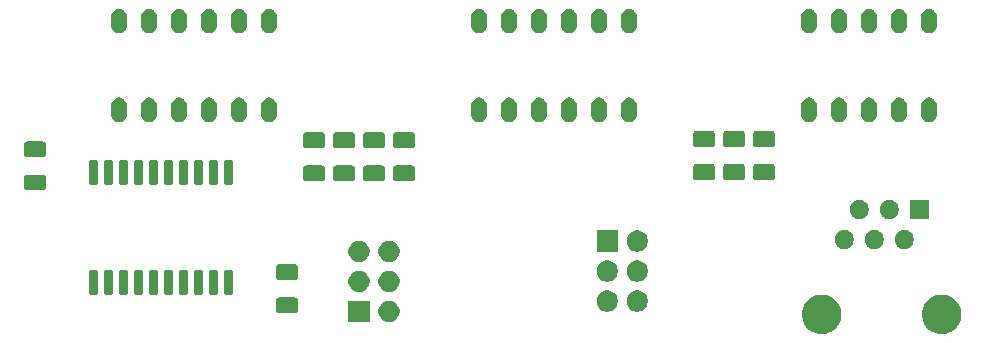
<source format=gbs>
G04 #@! TF.GenerationSoftware,KiCad,Pcbnew,5.1.5*
G04 #@! TF.CreationDate,2020-05-20T18:02:06-05:00*
G04 #@! TF.ProjectId,kdi574,6b646935-3734-42e6-9b69-6361645f7063,v01*
G04 #@! TF.SameCoordinates,Original*
G04 #@! TF.FileFunction,Soldermask,Bot*
G04 #@! TF.FilePolarity,Negative*
%FSLAX46Y46*%
G04 Gerber Fmt 4.6, Leading zero omitted, Abs format (unit mm)*
G04 Created by KiCad (PCBNEW 5.1.5) date 2020-05-20 18:02:06*
%MOMM*%
%LPD*%
G04 APERTURE LIST*
%ADD10C,0.100000*%
G04 APERTURE END LIST*
D10*
G36*
X194438732Y-105798400D02*
G01*
X194600615Y-105830601D01*
X194905589Y-105956926D01*
X195180061Y-106140321D01*
X195413479Y-106373739D01*
X195596874Y-106648211D01*
X195723199Y-106953185D01*
X195723199Y-106953187D01*
X195787555Y-107276721D01*
X195787600Y-107276950D01*
X195787600Y-107607050D01*
X195723199Y-107930815D01*
X195596874Y-108235789D01*
X195413479Y-108510261D01*
X195180061Y-108743679D01*
X194905589Y-108927074D01*
X194600615Y-109053399D01*
X194438733Y-109085599D01*
X194276852Y-109117800D01*
X193946748Y-109117800D01*
X193784867Y-109085599D01*
X193622985Y-109053399D01*
X193318011Y-108927074D01*
X193043539Y-108743679D01*
X192810121Y-108510261D01*
X192626726Y-108235789D01*
X192500401Y-107930815D01*
X192436000Y-107607050D01*
X192436000Y-107276950D01*
X192436046Y-107276721D01*
X192500401Y-106953187D01*
X192500401Y-106953185D01*
X192626726Y-106648211D01*
X192810121Y-106373739D01*
X193043539Y-106140321D01*
X193318011Y-105956926D01*
X193622985Y-105830601D01*
X193784868Y-105798400D01*
X193946748Y-105766200D01*
X194276852Y-105766200D01*
X194438732Y-105798400D01*
G37*
G36*
X184278732Y-105798400D02*
G01*
X184440615Y-105830601D01*
X184745589Y-105956926D01*
X185020061Y-106140321D01*
X185253479Y-106373739D01*
X185436874Y-106648211D01*
X185563199Y-106953185D01*
X185563199Y-106953187D01*
X185627555Y-107276721D01*
X185627600Y-107276950D01*
X185627600Y-107607050D01*
X185563199Y-107930815D01*
X185436874Y-108235789D01*
X185253479Y-108510261D01*
X185020061Y-108743679D01*
X184745589Y-108927074D01*
X184440615Y-109053399D01*
X184278733Y-109085599D01*
X184116852Y-109117800D01*
X183786748Y-109117800D01*
X183624867Y-109085599D01*
X183462985Y-109053399D01*
X183158011Y-108927074D01*
X182883539Y-108743679D01*
X182650121Y-108510261D01*
X182466726Y-108235789D01*
X182340401Y-107930815D01*
X182276000Y-107607050D01*
X182276000Y-107276950D01*
X182276046Y-107276721D01*
X182340401Y-106953187D01*
X182340401Y-106953185D01*
X182466726Y-106648211D01*
X182650121Y-106373739D01*
X182883539Y-106140321D01*
X183158011Y-105956926D01*
X183462985Y-105830601D01*
X183624868Y-105798400D01*
X183786748Y-105766200D01*
X184116852Y-105766200D01*
X184278732Y-105798400D01*
G37*
G36*
X145680800Y-108088800D02*
G01*
X143879200Y-108088800D01*
X143879200Y-106287200D01*
X145680800Y-106287200D01*
X145680800Y-108088800D01*
G37*
G36*
X147582754Y-106321817D02*
G01*
X147746689Y-106389721D01*
X147894227Y-106488303D01*
X148019697Y-106613773D01*
X148118279Y-106761311D01*
X148186183Y-106925246D01*
X148220800Y-107099279D01*
X148220800Y-107276721D01*
X148186183Y-107450754D01*
X148118279Y-107614689D01*
X148019697Y-107762227D01*
X147894227Y-107887697D01*
X147746689Y-107986279D01*
X147582754Y-108054183D01*
X147408721Y-108088800D01*
X147231279Y-108088800D01*
X147057246Y-108054183D01*
X146893311Y-107986279D01*
X146745773Y-107887697D01*
X146620303Y-107762227D01*
X146521721Y-107614689D01*
X146453817Y-107450754D01*
X146419200Y-107276721D01*
X146419200Y-107099279D01*
X146453817Y-106925246D01*
X146521721Y-106761311D01*
X146620303Y-106613773D01*
X146745773Y-106488303D01*
X146893311Y-106389721D01*
X147057246Y-106321817D01*
X147231279Y-106287200D01*
X147408721Y-106287200D01*
X147582754Y-106321817D01*
G37*
G36*
X139416556Y-106009051D02*
G01*
X139461541Y-106022697D01*
X139502993Y-106044854D01*
X139539327Y-106074673D01*
X139569146Y-106111007D01*
X139591303Y-106152459D01*
X139604949Y-106197444D01*
X139609800Y-106246703D01*
X139609800Y-107113297D01*
X139604949Y-107162556D01*
X139591303Y-107207541D01*
X139569146Y-107248993D01*
X139539327Y-107285327D01*
X139502993Y-107315146D01*
X139461541Y-107337303D01*
X139416556Y-107350949D01*
X139367297Y-107355800D01*
X138000703Y-107355800D01*
X137951444Y-107350949D01*
X137906459Y-107337303D01*
X137865007Y-107315146D01*
X137828673Y-107285327D01*
X137798854Y-107248993D01*
X137776697Y-107207541D01*
X137763051Y-107162556D01*
X137758200Y-107113297D01*
X137758200Y-106246703D01*
X137763051Y-106197444D01*
X137776697Y-106152459D01*
X137798854Y-106111007D01*
X137828673Y-106074673D01*
X137865007Y-106044854D01*
X137906459Y-106022697D01*
X137951444Y-106009051D01*
X138000703Y-106004200D01*
X139367297Y-106004200D01*
X139416556Y-106009051D01*
G37*
G36*
X166061254Y-105445517D02*
G01*
X166225189Y-105513421D01*
X166372727Y-105612003D01*
X166498197Y-105737473D01*
X166596779Y-105885011D01*
X166664683Y-106048946D01*
X166699300Y-106222979D01*
X166699300Y-106400421D01*
X166664683Y-106574454D01*
X166596779Y-106738389D01*
X166498197Y-106885927D01*
X166372727Y-107011397D01*
X166225189Y-107109979D01*
X166061254Y-107177883D01*
X165887221Y-107212500D01*
X165709779Y-107212500D01*
X165535746Y-107177883D01*
X165371811Y-107109979D01*
X165224273Y-107011397D01*
X165098803Y-106885927D01*
X165000221Y-106738389D01*
X164932317Y-106574454D01*
X164897700Y-106400421D01*
X164897700Y-106222979D01*
X164932317Y-106048946D01*
X165000221Y-105885011D01*
X165098803Y-105737473D01*
X165224273Y-105612003D01*
X165371811Y-105513421D01*
X165535746Y-105445517D01*
X165709779Y-105410900D01*
X165887221Y-105410900D01*
X166061254Y-105445517D01*
G37*
G36*
X168601254Y-105445517D02*
G01*
X168765189Y-105513421D01*
X168912727Y-105612003D01*
X169038197Y-105737473D01*
X169136779Y-105885011D01*
X169204683Y-106048946D01*
X169239300Y-106222979D01*
X169239300Y-106400421D01*
X169204683Y-106574454D01*
X169136779Y-106738389D01*
X169038197Y-106885927D01*
X168912727Y-107011397D01*
X168765189Y-107109979D01*
X168601254Y-107177883D01*
X168427221Y-107212500D01*
X168249779Y-107212500D01*
X168075746Y-107177883D01*
X167911811Y-107109979D01*
X167764273Y-107011397D01*
X167638803Y-106885927D01*
X167540221Y-106738389D01*
X167472317Y-106574454D01*
X167437700Y-106400421D01*
X167437700Y-106222979D01*
X167472317Y-106048946D01*
X167540221Y-105885011D01*
X167638803Y-105737473D01*
X167764273Y-105612003D01*
X167911811Y-105513421D01*
X168075746Y-105445517D01*
X168249779Y-105410900D01*
X168427221Y-105410900D01*
X168601254Y-105445517D01*
G37*
G36*
X128880894Y-103653324D02*
G01*
X128909019Y-103661856D01*
X128934935Y-103675708D01*
X128957649Y-103694351D01*
X128976292Y-103717065D01*
X128990144Y-103742981D01*
X128998676Y-103771106D01*
X129001800Y-103802831D01*
X129001800Y-105649169D01*
X128998676Y-105680894D01*
X128990144Y-105709019D01*
X128976292Y-105734935D01*
X128957649Y-105757649D01*
X128934935Y-105776292D01*
X128909019Y-105790144D01*
X128880894Y-105798676D01*
X128849169Y-105801800D01*
X128452831Y-105801800D01*
X128421106Y-105798676D01*
X128392981Y-105790144D01*
X128367065Y-105776292D01*
X128344351Y-105757649D01*
X128325708Y-105734935D01*
X128311856Y-105709019D01*
X128303324Y-105680894D01*
X128300200Y-105649169D01*
X128300200Y-103802831D01*
X128303324Y-103771106D01*
X128311856Y-103742981D01*
X128325708Y-103717065D01*
X128344351Y-103694351D01*
X128367065Y-103675708D01*
X128392981Y-103661856D01*
X128421106Y-103653324D01*
X128452831Y-103650200D01*
X128849169Y-103650200D01*
X128880894Y-103653324D01*
G37*
G36*
X123800894Y-103653324D02*
G01*
X123829019Y-103661856D01*
X123854935Y-103675708D01*
X123877649Y-103694351D01*
X123896292Y-103717065D01*
X123910144Y-103742981D01*
X123918676Y-103771106D01*
X123921800Y-103802831D01*
X123921800Y-105649169D01*
X123918676Y-105680894D01*
X123910144Y-105709019D01*
X123896292Y-105734935D01*
X123877649Y-105757649D01*
X123854935Y-105776292D01*
X123829019Y-105790144D01*
X123800894Y-105798676D01*
X123769169Y-105801800D01*
X123372831Y-105801800D01*
X123341106Y-105798676D01*
X123312981Y-105790144D01*
X123287065Y-105776292D01*
X123264351Y-105757649D01*
X123245708Y-105734935D01*
X123231856Y-105709019D01*
X123223324Y-105680894D01*
X123220200Y-105649169D01*
X123220200Y-103802831D01*
X123223324Y-103771106D01*
X123231856Y-103742981D01*
X123245708Y-103717065D01*
X123264351Y-103694351D01*
X123287065Y-103675708D01*
X123312981Y-103661856D01*
X123341106Y-103653324D01*
X123372831Y-103650200D01*
X123769169Y-103650200D01*
X123800894Y-103653324D01*
G37*
G36*
X122530894Y-103653324D02*
G01*
X122559019Y-103661856D01*
X122584935Y-103675708D01*
X122607649Y-103694351D01*
X122626292Y-103717065D01*
X122640144Y-103742981D01*
X122648676Y-103771106D01*
X122651800Y-103802831D01*
X122651800Y-105649169D01*
X122648676Y-105680894D01*
X122640144Y-105709019D01*
X122626292Y-105734935D01*
X122607649Y-105757649D01*
X122584935Y-105776292D01*
X122559019Y-105790144D01*
X122530894Y-105798676D01*
X122499169Y-105801800D01*
X122102831Y-105801800D01*
X122071106Y-105798676D01*
X122042981Y-105790144D01*
X122017065Y-105776292D01*
X121994351Y-105757649D01*
X121975708Y-105734935D01*
X121961856Y-105709019D01*
X121953324Y-105680894D01*
X121950200Y-105649169D01*
X121950200Y-103802831D01*
X121953324Y-103771106D01*
X121961856Y-103742981D01*
X121975708Y-103717065D01*
X121994351Y-103694351D01*
X122017065Y-103675708D01*
X122042981Y-103661856D01*
X122071106Y-103653324D01*
X122102831Y-103650200D01*
X122499169Y-103650200D01*
X122530894Y-103653324D01*
G37*
G36*
X126340894Y-103653324D02*
G01*
X126369019Y-103661856D01*
X126394935Y-103675708D01*
X126417649Y-103694351D01*
X126436292Y-103717065D01*
X126450144Y-103742981D01*
X126458676Y-103771106D01*
X126461800Y-103802831D01*
X126461800Y-105649169D01*
X126458676Y-105680894D01*
X126450144Y-105709019D01*
X126436292Y-105734935D01*
X126417649Y-105757649D01*
X126394935Y-105776292D01*
X126369019Y-105790144D01*
X126340894Y-105798676D01*
X126309169Y-105801800D01*
X125912831Y-105801800D01*
X125881106Y-105798676D01*
X125852981Y-105790144D01*
X125827065Y-105776292D01*
X125804351Y-105757649D01*
X125785708Y-105734935D01*
X125771856Y-105709019D01*
X125763324Y-105680894D01*
X125760200Y-105649169D01*
X125760200Y-103802831D01*
X125763324Y-103771106D01*
X125771856Y-103742981D01*
X125785708Y-103717065D01*
X125804351Y-103694351D01*
X125827065Y-103675708D01*
X125852981Y-103661856D01*
X125881106Y-103653324D01*
X125912831Y-103650200D01*
X126309169Y-103650200D01*
X126340894Y-103653324D01*
G37*
G36*
X127610894Y-103653324D02*
G01*
X127639019Y-103661856D01*
X127664935Y-103675708D01*
X127687649Y-103694351D01*
X127706292Y-103717065D01*
X127720144Y-103742981D01*
X127728676Y-103771106D01*
X127731800Y-103802831D01*
X127731800Y-105649169D01*
X127728676Y-105680894D01*
X127720144Y-105709019D01*
X127706292Y-105734935D01*
X127687649Y-105757649D01*
X127664935Y-105776292D01*
X127639019Y-105790144D01*
X127610894Y-105798676D01*
X127579169Y-105801800D01*
X127182831Y-105801800D01*
X127151106Y-105798676D01*
X127122981Y-105790144D01*
X127097065Y-105776292D01*
X127074351Y-105757649D01*
X127055708Y-105734935D01*
X127041856Y-105709019D01*
X127033324Y-105680894D01*
X127030200Y-105649169D01*
X127030200Y-103802831D01*
X127033324Y-103771106D01*
X127041856Y-103742981D01*
X127055708Y-103717065D01*
X127074351Y-103694351D01*
X127097065Y-103675708D01*
X127122981Y-103661856D01*
X127151106Y-103653324D01*
X127182831Y-103650200D01*
X127579169Y-103650200D01*
X127610894Y-103653324D01*
G37*
G36*
X130150894Y-103653324D02*
G01*
X130179019Y-103661856D01*
X130204935Y-103675708D01*
X130227649Y-103694351D01*
X130246292Y-103717065D01*
X130260144Y-103742981D01*
X130268676Y-103771106D01*
X130271800Y-103802831D01*
X130271800Y-105649169D01*
X130268676Y-105680894D01*
X130260144Y-105709019D01*
X130246292Y-105734935D01*
X130227649Y-105757649D01*
X130204935Y-105776292D01*
X130179019Y-105790144D01*
X130150894Y-105798676D01*
X130119169Y-105801800D01*
X129722831Y-105801800D01*
X129691106Y-105798676D01*
X129662981Y-105790144D01*
X129637065Y-105776292D01*
X129614351Y-105757649D01*
X129595708Y-105734935D01*
X129581856Y-105709019D01*
X129573324Y-105680894D01*
X129570200Y-105649169D01*
X129570200Y-103802831D01*
X129573324Y-103771106D01*
X129581856Y-103742981D01*
X129595708Y-103717065D01*
X129614351Y-103694351D01*
X129637065Y-103675708D01*
X129662981Y-103661856D01*
X129691106Y-103653324D01*
X129722831Y-103650200D01*
X130119169Y-103650200D01*
X130150894Y-103653324D01*
G37*
G36*
X131420894Y-103653324D02*
G01*
X131449019Y-103661856D01*
X131474935Y-103675708D01*
X131497649Y-103694351D01*
X131516292Y-103717065D01*
X131530144Y-103742981D01*
X131538676Y-103771106D01*
X131541800Y-103802831D01*
X131541800Y-105649169D01*
X131538676Y-105680894D01*
X131530144Y-105709019D01*
X131516292Y-105734935D01*
X131497649Y-105757649D01*
X131474935Y-105776292D01*
X131449019Y-105790144D01*
X131420894Y-105798676D01*
X131389169Y-105801800D01*
X130992831Y-105801800D01*
X130961106Y-105798676D01*
X130932981Y-105790144D01*
X130907065Y-105776292D01*
X130884351Y-105757649D01*
X130865708Y-105734935D01*
X130851856Y-105709019D01*
X130843324Y-105680894D01*
X130840200Y-105649169D01*
X130840200Y-103802831D01*
X130843324Y-103771106D01*
X130851856Y-103742981D01*
X130865708Y-103717065D01*
X130884351Y-103694351D01*
X130907065Y-103675708D01*
X130932981Y-103661856D01*
X130961106Y-103653324D01*
X130992831Y-103650200D01*
X131389169Y-103650200D01*
X131420894Y-103653324D01*
G37*
G36*
X132690894Y-103653324D02*
G01*
X132719019Y-103661856D01*
X132744935Y-103675708D01*
X132767649Y-103694351D01*
X132786292Y-103717065D01*
X132800144Y-103742981D01*
X132808676Y-103771106D01*
X132811800Y-103802831D01*
X132811800Y-105649169D01*
X132808676Y-105680894D01*
X132800144Y-105709019D01*
X132786292Y-105734935D01*
X132767649Y-105757649D01*
X132744935Y-105776292D01*
X132719019Y-105790144D01*
X132690894Y-105798676D01*
X132659169Y-105801800D01*
X132262831Y-105801800D01*
X132231106Y-105798676D01*
X132202981Y-105790144D01*
X132177065Y-105776292D01*
X132154351Y-105757649D01*
X132135708Y-105734935D01*
X132121856Y-105709019D01*
X132113324Y-105680894D01*
X132110200Y-105649169D01*
X132110200Y-103802831D01*
X132113324Y-103771106D01*
X132121856Y-103742981D01*
X132135708Y-103717065D01*
X132154351Y-103694351D01*
X132177065Y-103675708D01*
X132202981Y-103661856D01*
X132231106Y-103653324D01*
X132262831Y-103650200D01*
X132659169Y-103650200D01*
X132690894Y-103653324D01*
G37*
G36*
X125070894Y-103653324D02*
G01*
X125099019Y-103661856D01*
X125124935Y-103675708D01*
X125147649Y-103694351D01*
X125166292Y-103717065D01*
X125180144Y-103742981D01*
X125188676Y-103771106D01*
X125191800Y-103802831D01*
X125191800Y-105649169D01*
X125188676Y-105680894D01*
X125180144Y-105709019D01*
X125166292Y-105734935D01*
X125147649Y-105757649D01*
X125124935Y-105776292D01*
X125099019Y-105790144D01*
X125070894Y-105798676D01*
X125039169Y-105801800D01*
X124642831Y-105801800D01*
X124611106Y-105798676D01*
X124582981Y-105790144D01*
X124557065Y-105776292D01*
X124534351Y-105757649D01*
X124515708Y-105734935D01*
X124501856Y-105709019D01*
X124493324Y-105680894D01*
X124490200Y-105649169D01*
X124490200Y-103802831D01*
X124493324Y-103771106D01*
X124501856Y-103742981D01*
X124515708Y-103717065D01*
X124534351Y-103694351D01*
X124557065Y-103675708D01*
X124582981Y-103661856D01*
X124611106Y-103653324D01*
X124642831Y-103650200D01*
X125039169Y-103650200D01*
X125070894Y-103653324D01*
G37*
G36*
X133960894Y-103653324D02*
G01*
X133989019Y-103661856D01*
X134014935Y-103675708D01*
X134037649Y-103694351D01*
X134056292Y-103717065D01*
X134070144Y-103742981D01*
X134078676Y-103771106D01*
X134081800Y-103802831D01*
X134081800Y-105649169D01*
X134078676Y-105680894D01*
X134070144Y-105709019D01*
X134056292Y-105734935D01*
X134037649Y-105757649D01*
X134014935Y-105776292D01*
X133989019Y-105790144D01*
X133960894Y-105798676D01*
X133929169Y-105801800D01*
X133532831Y-105801800D01*
X133501106Y-105798676D01*
X133472981Y-105790144D01*
X133447065Y-105776292D01*
X133424351Y-105757649D01*
X133405708Y-105734935D01*
X133391856Y-105709019D01*
X133383324Y-105680894D01*
X133380200Y-105649169D01*
X133380200Y-103802831D01*
X133383324Y-103771106D01*
X133391856Y-103742981D01*
X133405708Y-103717065D01*
X133424351Y-103694351D01*
X133447065Y-103675708D01*
X133472981Y-103661856D01*
X133501106Y-103653324D01*
X133532831Y-103650200D01*
X133929169Y-103650200D01*
X133960894Y-103653324D01*
G37*
G36*
X147582754Y-103781817D02*
G01*
X147746689Y-103849721D01*
X147894227Y-103948303D01*
X148019697Y-104073773D01*
X148118279Y-104221311D01*
X148186183Y-104385246D01*
X148220800Y-104559279D01*
X148220800Y-104736721D01*
X148186183Y-104910754D01*
X148118279Y-105074689D01*
X148019697Y-105222227D01*
X147894227Y-105347697D01*
X147746689Y-105446279D01*
X147582754Y-105514183D01*
X147408721Y-105548800D01*
X147231279Y-105548800D01*
X147057246Y-105514183D01*
X146893311Y-105446279D01*
X146745773Y-105347697D01*
X146620303Y-105222227D01*
X146521721Y-105074689D01*
X146453817Y-104910754D01*
X146419200Y-104736721D01*
X146419200Y-104559279D01*
X146453817Y-104385246D01*
X146521721Y-104221311D01*
X146620303Y-104073773D01*
X146745773Y-103948303D01*
X146893311Y-103849721D01*
X147057246Y-103781817D01*
X147231279Y-103747200D01*
X147408721Y-103747200D01*
X147582754Y-103781817D01*
G37*
G36*
X145042754Y-103781817D02*
G01*
X145206689Y-103849721D01*
X145354227Y-103948303D01*
X145479697Y-104073773D01*
X145578279Y-104221311D01*
X145646183Y-104385246D01*
X145680800Y-104559279D01*
X145680800Y-104736721D01*
X145646183Y-104910754D01*
X145578279Y-105074689D01*
X145479697Y-105222227D01*
X145354227Y-105347697D01*
X145206689Y-105446279D01*
X145042754Y-105514183D01*
X144868721Y-105548800D01*
X144691279Y-105548800D01*
X144517246Y-105514183D01*
X144353311Y-105446279D01*
X144205773Y-105347697D01*
X144080303Y-105222227D01*
X143981721Y-105074689D01*
X143913817Y-104910754D01*
X143879200Y-104736721D01*
X143879200Y-104559279D01*
X143913817Y-104385246D01*
X143981721Y-104221311D01*
X144080303Y-104073773D01*
X144205773Y-103948303D01*
X144353311Y-103849721D01*
X144517246Y-103781817D01*
X144691279Y-103747200D01*
X144868721Y-103747200D01*
X145042754Y-103781817D01*
G37*
G36*
X168601254Y-102905517D02*
G01*
X168765189Y-102973421D01*
X168912727Y-103072003D01*
X169038197Y-103197473D01*
X169136779Y-103345011D01*
X169204683Y-103508946D01*
X169239300Y-103682979D01*
X169239300Y-103860421D01*
X169204683Y-104034454D01*
X169136779Y-104198389D01*
X169038197Y-104345927D01*
X168912727Y-104471397D01*
X168765189Y-104569979D01*
X168601254Y-104637883D01*
X168427221Y-104672500D01*
X168249779Y-104672500D01*
X168075746Y-104637883D01*
X167911811Y-104569979D01*
X167764273Y-104471397D01*
X167638803Y-104345927D01*
X167540221Y-104198389D01*
X167472317Y-104034454D01*
X167437700Y-103860421D01*
X167437700Y-103682979D01*
X167472317Y-103508946D01*
X167540221Y-103345011D01*
X167638803Y-103197473D01*
X167764273Y-103072003D01*
X167911811Y-102973421D01*
X168075746Y-102905517D01*
X168249779Y-102870900D01*
X168427221Y-102870900D01*
X168601254Y-102905517D01*
G37*
G36*
X166061254Y-102905517D02*
G01*
X166225189Y-102973421D01*
X166372727Y-103072003D01*
X166498197Y-103197473D01*
X166596779Y-103345011D01*
X166664683Y-103508946D01*
X166699300Y-103682979D01*
X166699300Y-103860421D01*
X166664683Y-104034454D01*
X166596779Y-104198389D01*
X166498197Y-104345927D01*
X166372727Y-104471397D01*
X166225189Y-104569979D01*
X166061254Y-104637883D01*
X165887221Y-104672500D01*
X165709779Y-104672500D01*
X165535746Y-104637883D01*
X165371811Y-104569979D01*
X165224273Y-104471397D01*
X165098803Y-104345927D01*
X165000221Y-104198389D01*
X164932317Y-104034454D01*
X164897700Y-103860421D01*
X164897700Y-103682979D01*
X164932317Y-103508946D01*
X165000221Y-103345011D01*
X165098803Y-103197473D01*
X165224273Y-103072003D01*
X165371811Y-102973421D01*
X165535746Y-102905517D01*
X165709779Y-102870900D01*
X165887221Y-102870900D01*
X166061254Y-102905517D01*
G37*
G36*
X139416556Y-103209051D02*
G01*
X139461541Y-103222697D01*
X139502993Y-103244854D01*
X139539327Y-103274673D01*
X139569146Y-103311007D01*
X139591303Y-103352459D01*
X139604949Y-103397444D01*
X139609800Y-103446703D01*
X139609800Y-104313297D01*
X139604949Y-104362556D01*
X139591303Y-104407541D01*
X139569146Y-104448993D01*
X139539327Y-104485327D01*
X139502993Y-104515146D01*
X139461541Y-104537303D01*
X139416556Y-104550949D01*
X139367297Y-104555800D01*
X138000703Y-104555800D01*
X137951444Y-104550949D01*
X137906459Y-104537303D01*
X137865007Y-104515146D01*
X137828673Y-104485327D01*
X137798854Y-104448993D01*
X137776697Y-104407541D01*
X137763051Y-104362556D01*
X137758200Y-104313297D01*
X137758200Y-103446703D01*
X137763051Y-103397444D01*
X137776697Y-103352459D01*
X137798854Y-103311007D01*
X137828673Y-103274673D01*
X137865007Y-103244854D01*
X137906459Y-103222697D01*
X137951444Y-103209051D01*
X138000703Y-103204200D01*
X139367297Y-103204200D01*
X139416556Y-103209051D01*
G37*
G36*
X145042754Y-101241817D02*
G01*
X145206689Y-101309721D01*
X145354227Y-101408303D01*
X145479697Y-101533773D01*
X145578279Y-101681311D01*
X145646183Y-101845246D01*
X145680800Y-102019279D01*
X145680800Y-102196721D01*
X145646183Y-102370754D01*
X145578279Y-102534689D01*
X145479697Y-102682227D01*
X145354227Y-102807697D01*
X145206689Y-102906279D01*
X145042754Y-102974183D01*
X144868721Y-103008800D01*
X144691279Y-103008800D01*
X144517246Y-102974183D01*
X144353311Y-102906279D01*
X144205773Y-102807697D01*
X144080303Y-102682227D01*
X143981721Y-102534689D01*
X143913817Y-102370754D01*
X143879200Y-102196721D01*
X143879200Y-102019279D01*
X143913817Y-101845246D01*
X143981721Y-101681311D01*
X144080303Y-101533773D01*
X144205773Y-101408303D01*
X144353311Y-101309721D01*
X144517246Y-101241817D01*
X144691279Y-101207200D01*
X144868721Y-101207200D01*
X145042754Y-101241817D01*
G37*
G36*
X147582754Y-101241817D02*
G01*
X147746689Y-101309721D01*
X147894227Y-101408303D01*
X148019697Y-101533773D01*
X148118279Y-101681311D01*
X148186183Y-101845246D01*
X148220800Y-102019279D01*
X148220800Y-102196721D01*
X148186183Y-102370754D01*
X148118279Y-102534689D01*
X148019697Y-102682227D01*
X147894227Y-102807697D01*
X147746689Y-102906279D01*
X147582754Y-102974183D01*
X147408721Y-103008800D01*
X147231279Y-103008800D01*
X147057246Y-102974183D01*
X146893311Y-102906279D01*
X146745773Y-102807697D01*
X146620303Y-102682227D01*
X146521721Y-102534689D01*
X146453817Y-102370754D01*
X146419200Y-102196721D01*
X146419200Y-102019279D01*
X146453817Y-101845246D01*
X146521721Y-101681311D01*
X146620303Y-101533773D01*
X146745773Y-101408303D01*
X146893311Y-101309721D01*
X147057246Y-101241817D01*
X147231279Y-101207200D01*
X147408721Y-101207200D01*
X147582754Y-101241817D01*
G37*
G36*
X168601254Y-100365517D02*
G01*
X168765189Y-100433421D01*
X168912727Y-100532003D01*
X169038197Y-100657473D01*
X169136779Y-100805011D01*
X169204683Y-100968946D01*
X169239300Y-101142979D01*
X169239300Y-101320421D01*
X169204683Y-101494454D01*
X169136779Y-101658389D01*
X169038197Y-101805927D01*
X168912727Y-101931397D01*
X168765189Y-102029979D01*
X168601254Y-102097883D01*
X168427221Y-102132500D01*
X168249779Y-102132500D01*
X168075746Y-102097883D01*
X167911811Y-102029979D01*
X167764273Y-101931397D01*
X167638803Y-101805927D01*
X167540221Y-101658389D01*
X167472317Y-101494454D01*
X167437700Y-101320421D01*
X167437700Y-101142979D01*
X167472317Y-100968946D01*
X167540221Y-100805011D01*
X167638803Y-100657473D01*
X167764273Y-100532003D01*
X167911811Y-100433421D01*
X168075746Y-100365517D01*
X168249779Y-100330900D01*
X168427221Y-100330900D01*
X168601254Y-100365517D01*
G37*
G36*
X166699300Y-102132500D02*
G01*
X164897700Y-102132500D01*
X164897700Y-100330900D01*
X166699300Y-100330900D01*
X166699300Y-102132500D01*
G37*
G36*
X191168302Y-100312359D02*
G01*
X191315858Y-100373478D01*
X191448655Y-100462211D01*
X191561589Y-100575145D01*
X191650322Y-100707942D01*
X191711441Y-100855498D01*
X191742600Y-101012143D01*
X191742600Y-101171857D01*
X191711441Y-101328502D01*
X191650322Y-101476058D01*
X191561589Y-101608855D01*
X191448655Y-101721789D01*
X191315858Y-101810522D01*
X191168302Y-101871641D01*
X191011657Y-101902800D01*
X190851943Y-101902800D01*
X190695298Y-101871641D01*
X190547742Y-101810522D01*
X190414945Y-101721789D01*
X190302011Y-101608855D01*
X190213278Y-101476058D01*
X190152159Y-101328502D01*
X190121000Y-101171857D01*
X190121000Y-101012143D01*
X190152159Y-100855498D01*
X190213278Y-100707942D01*
X190302011Y-100575145D01*
X190414945Y-100462211D01*
X190547742Y-100373478D01*
X190695298Y-100312359D01*
X190851943Y-100281200D01*
X191011657Y-100281200D01*
X191168302Y-100312359D01*
G37*
G36*
X188628302Y-100312359D02*
G01*
X188775858Y-100373478D01*
X188908655Y-100462211D01*
X189021589Y-100575145D01*
X189110322Y-100707942D01*
X189171441Y-100855498D01*
X189202600Y-101012143D01*
X189202600Y-101171857D01*
X189171441Y-101328502D01*
X189110322Y-101476058D01*
X189021589Y-101608855D01*
X188908655Y-101721789D01*
X188775858Y-101810522D01*
X188628302Y-101871641D01*
X188471657Y-101902800D01*
X188311943Y-101902800D01*
X188155298Y-101871641D01*
X188007742Y-101810522D01*
X187874945Y-101721789D01*
X187762011Y-101608855D01*
X187673278Y-101476058D01*
X187612159Y-101328502D01*
X187581000Y-101171857D01*
X187581000Y-101012143D01*
X187612159Y-100855498D01*
X187673278Y-100707942D01*
X187762011Y-100575145D01*
X187874945Y-100462211D01*
X188007742Y-100373478D01*
X188155298Y-100312359D01*
X188311943Y-100281200D01*
X188471657Y-100281200D01*
X188628302Y-100312359D01*
G37*
G36*
X186088302Y-100312359D02*
G01*
X186235858Y-100373478D01*
X186368655Y-100462211D01*
X186481589Y-100575145D01*
X186570322Y-100707942D01*
X186631441Y-100855498D01*
X186662600Y-101012143D01*
X186662600Y-101171857D01*
X186631441Y-101328502D01*
X186570322Y-101476058D01*
X186481589Y-101608855D01*
X186368655Y-101721789D01*
X186235858Y-101810522D01*
X186088302Y-101871641D01*
X185931657Y-101902800D01*
X185771943Y-101902800D01*
X185615298Y-101871641D01*
X185467742Y-101810522D01*
X185334945Y-101721789D01*
X185222011Y-101608855D01*
X185133278Y-101476058D01*
X185072159Y-101328502D01*
X185041000Y-101171857D01*
X185041000Y-101012143D01*
X185072159Y-100855498D01*
X185133278Y-100707942D01*
X185222011Y-100575145D01*
X185334945Y-100462211D01*
X185467742Y-100373478D01*
X185615298Y-100312359D01*
X185771943Y-100281200D01*
X185931657Y-100281200D01*
X186088302Y-100312359D01*
G37*
G36*
X187358302Y-97772359D02*
G01*
X187505858Y-97833478D01*
X187638655Y-97922211D01*
X187751589Y-98035145D01*
X187840322Y-98167942D01*
X187901441Y-98315498D01*
X187932600Y-98472143D01*
X187932600Y-98631857D01*
X187901441Y-98788502D01*
X187840322Y-98936058D01*
X187751589Y-99068855D01*
X187638655Y-99181789D01*
X187505858Y-99270522D01*
X187358302Y-99331641D01*
X187201657Y-99362800D01*
X187041943Y-99362800D01*
X186885298Y-99331641D01*
X186737742Y-99270522D01*
X186604945Y-99181789D01*
X186492011Y-99068855D01*
X186403278Y-98936058D01*
X186342159Y-98788502D01*
X186311000Y-98631857D01*
X186311000Y-98472143D01*
X186342159Y-98315498D01*
X186403278Y-98167942D01*
X186492011Y-98035145D01*
X186604945Y-97922211D01*
X186737742Y-97833478D01*
X186885298Y-97772359D01*
X187041943Y-97741200D01*
X187201657Y-97741200D01*
X187358302Y-97772359D01*
G37*
G36*
X189898302Y-97772359D02*
G01*
X190045858Y-97833478D01*
X190178655Y-97922211D01*
X190291589Y-98035145D01*
X190380322Y-98167942D01*
X190441441Y-98315498D01*
X190472600Y-98472143D01*
X190472600Y-98631857D01*
X190441441Y-98788502D01*
X190380322Y-98936058D01*
X190291589Y-99068855D01*
X190178655Y-99181789D01*
X190045858Y-99270522D01*
X189898302Y-99331641D01*
X189741657Y-99362800D01*
X189581943Y-99362800D01*
X189425298Y-99331641D01*
X189277742Y-99270522D01*
X189144945Y-99181789D01*
X189032011Y-99068855D01*
X188943278Y-98936058D01*
X188882159Y-98788502D01*
X188851000Y-98631857D01*
X188851000Y-98472143D01*
X188882159Y-98315498D01*
X188943278Y-98167942D01*
X189032011Y-98035145D01*
X189144945Y-97922211D01*
X189277742Y-97833478D01*
X189425298Y-97772359D01*
X189581943Y-97741200D01*
X189741657Y-97741200D01*
X189898302Y-97772359D01*
G37*
G36*
X193012600Y-99362800D02*
G01*
X191391000Y-99362800D01*
X191391000Y-97741200D01*
X193012600Y-97741200D01*
X193012600Y-99362800D01*
G37*
G36*
X118080556Y-95601051D02*
G01*
X118125541Y-95614697D01*
X118166993Y-95636854D01*
X118203327Y-95666673D01*
X118233146Y-95703007D01*
X118255303Y-95744459D01*
X118268949Y-95789444D01*
X118273800Y-95838703D01*
X118273800Y-96705297D01*
X118268949Y-96754556D01*
X118255303Y-96799541D01*
X118233146Y-96840993D01*
X118203327Y-96877327D01*
X118166993Y-96907146D01*
X118125541Y-96929303D01*
X118080556Y-96942949D01*
X118031297Y-96947800D01*
X116664703Y-96947800D01*
X116615444Y-96942949D01*
X116570459Y-96929303D01*
X116529007Y-96907146D01*
X116492673Y-96877327D01*
X116462854Y-96840993D01*
X116440697Y-96799541D01*
X116427051Y-96754556D01*
X116422200Y-96705297D01*
X116422200Y-95838703D01*
X116427051Y-95789444D01*
X116440697Y-95744459D01*
X116462854Y-95703007D01*
X116492673Y-95666673D01*
X116529007Y-95636854D01*
X116570459Y-95614697D01*
X116615444Y-95601051D01*
X116664703Y-95596200D01*
X118031297Y-95596200D01*
X118080556Y-95601051D01*
G37*
G36*
X122530894Y-94353324D02*
G01*
X122559019Y-94361856D01*
X122584935Y-94375708D01*
X122607649Y-94394351D01*
X122626292Y-94417065D01*
X122640144Y-94442981D01*
X122648676Y-94471106D01*
X122651800Y-94502831D01*
X122651800Y-96349169D01*
X122648676Y-96380894D01*
X122640144Y-96409019D01*
X122626292Y-96434935D01*
X122607649Y-96457649D01*
X122584935Y-96476292D01*
X122559019Y-96490144D01*
X122530894Y-96498676D01*
X122499169Y-96501800D01*
X122102831Y-96501800D01*
X122071106Y-96498676D01*
X122042981Y-96490144D01*
X122017065Y-96476292D01*
X121994351Y-96457649D01*
X121975708Y-96434935D01*
X121961856Y-96409019D01*
X121953324Y-96380894D01*
X121950200Y-96349169D01*
X121950200Y-94502831D01*
X121953324Y-94471106D01*
X121961856Y-94442981D01*
X121975708Y-94417065D01*
X121994351Y-94394351D01*
X122017065Y-94375708D01*
X122042981Y-94361856D01*
X122071106Y-94353324D01*
X122102831Y-94350200D01*
X122499169Y-94350200D01*
X122530894Y-94353324D01*
G37*
G36*
X123800894Y-94353324D02*
G01*
X123829019Y-94361856D01*
X123854935Y-94375708D01*
X123877649Y-94394351D01*
X123896292Y-94417065D01*
X123910144Y-94442981D01*
X123918676Y-94471106D01*
X123921800Y-94502831D01*
X123921800Y-96349169D01*
X123918676Y-96380894D01*
X123910144Y-96409019D01*
X123896292Y-96434935D01*
X123877649Y-96457649D01*
X123854935Y-96476292D01*
X123829019Y-96490144D01*
X123800894Y-96498676D01*
X123769169Y-96501800D01*
X123372831Y-96501800D01*
X123341106Y-96498676D01*
X123312981Y-96490144D01*
X123287065Y-96476292D01*
X123264351Y-96457649D01*
X123245708Y-96434935D01*
X123231856Y-96409019D01*
X123223324Y-96380894D01*
X123220200Y-96349169D01*
X123220200Y-94502831D01*
X123223324Y-94471106D01*
X123231856Y-94442981D01*
X123245708Y-94417065D01*
X123264351Y-94394351D01*
X123287065Y-94375708D01*
X123312981Y-94361856D01*
X123341106Y-94353324D01*
X123372831Y-94350200D01*
X123769169Y-94350200D01*
X123800894Y-94353324D01*
G37*
G36*
X125070894Y-94353324D02*
G01*
X125099019Y-94361856D01*
X125124935Y-94375708D01*
X125147649Y-94394351D01*
X125166292Y-94417065D01*
X125180144Y-94442981D01*
X125188676Y-94471106D01*
X125191800Y-94502831D01*
X125191800Y-96349169D01*
X125188676Y-96380894D01*
X125180144Y-96409019D01*
X125166292Y-96434935D01*
X125147649Y-96457649D01*
X125124935Y-96476292D01*
X125099019Y-96490144D01*
X125070894Y-96498676D01*
X125039169Y-96501800D01*
X124642831Y-96501800D01*
X124611106Y-96498676D01*
X124582981Y-96490144D01*
X124557065Y-96476292D01*
X124534351Y-96457649D01*
X124515708Y-96434935D01*
X124501856Y-96409019D01*
X124493324Y-96380894D01*
X124490200Y-96349169D01*
X124490200Y-94502831D01*
X124493324Y-94471106D01*
X124501856Y-94442981D01*
X124515708Y-94417065D01*
X124534351Y-94394351D01*
X124557065Y-94375708D01*
X124582981Y-94361856D01*
X124611106Y-94353324D01*
X124642831Y-94350200D01*
X125039169Y-94350200D01*
X125070894Y-94353324D01*
G37*
G36*
X126340894Y-94353324D02*
G01*
X126369019Y-94361856D01*
X126394935Y-94375708D01*
X126417649Y-94394351D01*
X126436292Y-94417065D01*
X126450144Y-94442981D01*
X126458676Y-94471106D01*
X126461800Y-94502831D01*
X126461800Y-96349169D01*
X126458676Y-96380894D01*
X126450144Y-96409019D01*
X126436292Y-96434935D01*
X126417649Y-96457649D01*
X126394935Y-96476292D01*
X126369019Y-96490144D01*
X126340894Y-96498676D01*
X126309169Y-96501800D01*
X125912831Y-96501800D01*
X125881106Y-96498676D01*
X125852981Y-96490144D01*
X125827065Y-96476292D01*
X125804351Y-96457649D01*
X125785708Y-96434935D01*
X125771856Y-96409019D01*
X125763324Y-96380894D01*
X125760200Y-96349169D01*
X125760200Y-94502831D01*
X125763324Y-94471106D01*
X125771856Y-94442981D01*
X125785708Y-94417065D01*
X125804351Y-94394351D01*
X125827065Y-94375708D01*
X125852981Y-94361856D01*
X125881106Y-94353324D01*
X125912831Y-94350200D01*
X126309169Y-94350200D01*
X126340894Y-94353324D01*
G37*
G36*
X127610894Y-94353324D02*
G01*
X127639019Y-94361856D01*
X127664935Y-94375708D01*
X127687649Y-94394351D01*
X127706292Y-94417065D01*
X127720144Y-94442981D01*
X127728676Y-94471106D01*
X127731800Y-94502831D01*
X127731800Y-96349169D01*
X127728676Y-96380894D01*
X127720144Y-96409019D01*
X127706292Y-96434935D01*
X127687649Y-96457649D01*
X127664935Y-96476292D01*
X127639019Y-96490144D01*
X127610894Y-96498676D01*
X127579169Y-96501800D01*
X127182831Y-96501800D01*
X127151106Y-96498676D01*
X127122981Y-96490144D01*
X127097065Y-96476292D01*
X127074351Y-96457649D01*
X127055708Y-96434935D01*
X127041856Y-96409019D01*
X127033324Y-96380894D01*
X127030200Y-96349169D01*
X127030200Y-94502831D01*
X127033324Y-94471106D01*
X127041856Y-94442981D01*
X127055708Y-94417065D01*
X127074351Y-94394351D01*
X127097065Y-94375708D01*
X127122981Y-94361856D01*
X127151106Y-94353324D01*
X127182831Y-94350200D01*
X127579169Y-94350200D01*
X127610894Y-94353324D01*
G37*
G36*
X128880894Y-94353324D02*
G01*
X128909019Y-94361856D01*
X128934935Y-94375708D01*
X128957649Y-94394351D01*
X128976292Y-94417065D01*
X128990144Y-94442981D01*
X128998676Y-94471106D01*
X129001800Y-94502831D01*
X129001800Y-96349169D01*
X128998676Y-96380894D01*
X128990144Y-96409019D01*
X128976292Y-96434935D01*
X128957649Y-96457649D01*
X128934935Y-96476292D01*
X128909019Y-96490144D01*
X128880894Y-96498676D01*
X128849169Y-96501800D01*
X128452831Y-96501800D01*
X128421106Y-96498676D01*
X128392981Y-96490144D01*
X128367065Y-96476292D01*
X128344351Y-96457649D01*
X128325708Y-96434935D01*
X128311856Y-96409019D01*
X128303324Y-96380894D01*
X128300200Y-96349169D01*
X128300200Y-94502831D01*
X128303324Y-94471106D01*
X128311856Y-94442981D01*
X128325708Y-94417065D01*
X128344351Y-94394351D01*
X128367065Y-94375708D01*
X128392981Y-94361856D01*
X128421106Y-94353324D01*
X128452831Y-94350200D01*
X128849169Y-94350200D01*
X128880894Y-94353324D01*
G37*
G36*
X130150894Y-94353324D02*
G01*
X130179019Y-94361856D01*
X130204935Y-94375708D01*
X130227649Y-94394351D01*
X130246292Y-94417065D01*
X130260144Y-94442981D01*
X130268676Y-94471106D01*
X130271800Y-94502831D01*
X130271800Y-96349169D01*
X130268676Y-96380894D01*
X130260144Y-96409019D01*
X130246292Y-96434935D01*
X130227649Y-96457649D01*
X130204935Y-96476292D01*
X130179019Y-96490144D01*
X130150894Y-96498676D01*
X130119169Y-96501800D01*
X129722831Y-96501800D01*
X129691106Y-96498676D01*
X129662981Y-96490144D01*
X129637065Y-96476292D01*
X129614351Y-96457649D01*
X129595708Y-96434935D01*
X129581856Y-96409019D01*
X129573324Y-96380894D01*
X129570200Y-96349169D01*
X129570200Y-94502831D01*
X129573324Y-94471106D01*
X129581856Y-94442981D01*
X129595708Y-94417065D01*
X129614351Y-94394351D01*
X129637065Y-94375708D01*
X129662981Y-94361856D01*
X129691106Y-94353324D01*
X129722831Y-94350200D01*
X130119169Y-94350200D01*
X130150894Y-94353324D01*
G37*
G36*
X131420894Y-94353324D02*
G01*
X131449019Y-94361856D01*
X131474935Y-94375708D01*
X131497649Y-94394351D01*
X131516292Y-94417065D01*
X131530144Y-94442981D01*
X131538676Y-94471106D01*
X131541800Y-94502831D01*
X131541800Y-96349169D01*
X131538676Y-96380894D01*
X131530144Y-96409019D01*
X131516292Y-96434935D01*
X131497649Y-96457649D01*
X131474935Y-96476292D01*
X131449019Y-96490144D01*
X131420894Y-96498676D01*
X131389169Y-96501800D01*
X130992831Y-96501800D01*
X130961106Y-96498676D01*
X130932981Y-96490144D01*
X130907065Y-96476292D01*
X130884351Y-96457649D01*
X130865708Y-96434935D01*
X130851856Y-96409019D01*
X130843324Y-96380894D01*
X130840200Y-96349169D01*
X130840200Y-94502831D01*
X130843324Y-94471106D01*
X130851856Y-94442981D01*
X130865708Y-94417065D01*
X130884351Y-94394351D01*
X130907065Y-94375708D01*
X130932981Y-94361856D01*
X130961106Y-94353324D01*
X130992831Y-94350200D01*
X131389169Y-94350200D01*
X131420894Y-94353324D01*
G37*
G36*
X132690894Y-94353324D02*
G01*
X132719019Y-94361856D01*
X132744935Y-94375708D01*
X132767649Y-94394351D01*
X132786292Y-94417065D01*
X132800144Y-94442981D01*
X132808676Y-94471106D01*
X132811800Y-94502831D01*
X132811800Y-96349169D01*
X132808676Y-96380894D01*
X132800144Y-96409019D01*
X132786292Y-96434935D01*
X132767649Y-96457649D01*
X132744935Y-96476292D01*
X132719019Y-96490144D01*
X132690894Y-96498676D01*
X132659169Y-96501800D01*
X132262831Y-96501800D01*
X132231106Y-96498676D01*
X132202981Y-96490144D01*
X132177065Y-96476292D01*
X132154351Y-96457649D01*
X132135708Y-96434935D01*
X132121856Y-96409019D01*
X132113324Y-96380894D01*
X132110200Y-96349169D01*
X132110200Y-94502831D01*
X132113324Y-94471106D01*
X132121856Y-94442981D01*
X132135708Y-94417065D01*
X132154351Y-94394351D01*
X132177065Y-94375708D01*
X132202981Y-94361856D01*
X132231106Y-94353324D01*
X132262831Y-94350200D01*
X132659169Y-94350200D01*
X132690894Y-94353324D01*
G37*
G36*
X133960894Y-94353324D02*
G01*
X133989019Y-94361856D01*
X134014935Y-94375708D01*
X134037649Y-94394351D01*
X134056292Y-94417065D01*
X134070144Y-94442981D01*
X134078676Y-94471106D01*
X134081800Y-94502831D01*
X134081800Y-96349169D01*
X134078676Y-96380894D01*
X134070144Y-96409019D01*
X134056292Y-96434935D01*
X134037649Y-96457649D01*
X134014935Y-96476292D01*
X133989019Y-96490144D01*
X133960894Y-96498676D01*
X133929169Y-96501800D01*
X133532831Y-96501800D01*
X133501106Y-96498676D01*
X133472981Y-96490144D01*
X133447065Y-96476292D01*
X133424351Y-96457649D01*
X133405708Y-96434935D01*
X133391856Y-96409019D01*
X133383324Y-96380894D01*
X133380200Y-96349169D01*
X133380200Y-94502831D01*
X133383324Y-94471106D01*
X133391856Y-94442981D01*
X133405708Y-94417065D01*
X133424351Y-94394351D01*
X133447065Y-94375708D01*
X133472981Y-94361856D01*
X133501106Y-94353324D01*
X133532831Y-94350200D01*
X133929169Y-94350200D01*
X133960894Y-94353324D01*
G37*
G36*
X141702556Y-94836051D02*
G01*
X141747541Y-94849697D01*
X141788993Y-94871854D01*
X141825327Y-94901673D01*
X141855146Y-94938007D01*
X141877303Y-94979459D01*
X141890949Y-95024444D01*
X141895800Y-95073703D01*
X141895800Y-95940297D01*
X141890949Y-95989556D01*
X141877303Y-96034541D01*
X141855146Y-96075993D01*
X141825327Y-96112327D01*
X141788993Y-96142146D01*
X141747541Y-96164303D01*
X141702556Y-96177949D01*
X141653297Y-96182800D01*
X140286703Y-96182800D01*
X140237444Y-96177949D01*
X140192459Y-96164303D01*
X140151007Y-96142146D01*
X140114673Y-96112327D01*
X140084854Y-96075993D01*
X140062697Y-96034541D01*
X140049051Y-95989556D01*
X140044200Y-95940297D01*
X140044200Y-95073703D01*
X140049051Y-95024444D01*
X140062697Y-94979459D01*
X140084854Y-94938007D01*
X140114673Y-94901673D01*
X140151007Y-94871854D01*
X140192459Y-94849697D01*
X140237444Y-94836051D01*
X140286703Y-94831200D01*
X141653297Y-94831200D01*
X141702556Y-94836051D01*
G37*
G36*
X149322556Y-94836051D02*
G01*
X149367541Y-94849697D01*
X149408993Y-94871854D01*
X149445327Y-94901673D01*
X149475146Y-94938007D01*
X149497303Y-94979459D01*
X149510949Y-95024444D01*
X149515800Y-95073703D01*
X149515800Y-95940297D01*
X149510949Y-95989556D01*
X149497303Y-96034541D01*
X149475146Y-96075993D01*
X149445327Y-96112327D01*
X149408993Y-96142146D01*
X149367541Y-96164303D01*
X149322556Y-96177949D01*
X149273297Y-96182800D01*
X147906703Y-96182800D01*
X147857444Y-96177949D01*
X147812459Y-96164303D01*
X147771007Y-96142146D01*
X147734673Y-96112327D01*
X147704854Y-96075993D01*
X147682697Y-96034541D01*
X147669051Y-95989556D01*
X147664200Y-95940297D01*
X147664200Y-95073703D01*
X147669051Y-95024444D01*
X147682697Y-94979459D01*
X147704854Y-94938007D01*
X147734673Y-94901673D01*
X147771007Y-94871854D01*
X147812459Y-94849697D01*
X147857444Y-94836051D01*
X147906703Y-94831200D01*
X149273297Y-94831200D01*
X149322556Y-94836051D01*
G37*
G36*
X144242556Y-94836051D02*
G01*
X144287541Y-94849697D01*
X144328993Y-94871854D01*
X144365327Y-94901673D01*
X144395146Y-94938007D01*
X144417303Y-94979459D01*
X144430949Y-95024444D01*
X144435800Y-95073703D01*
X144435800Y-95940297D01*
X144430949Y-95989556D01*
X144417303Y-96034541D01*
X144395146Y-96075993D01*
X144365327Y-96112327D01*
X144328993Y-96142146D01*
X144287541Y-96164303D01*
X144242556Y-96177949D01*
X144193297Y-96182800D01*
X142826703Y-96182800D01*
X142777444Y-96177949D01*
X142732459Y-96164303D01*
X142691007Y-96142146D01*
X142654673Y-96112327D01*
X142624854Y-96075993D01*
X142602697Y-96034541D01*
X142589051Y-95989556D01*
X142584200Y-95940297D01*
X142584200Y-95073703D01*
X142589051Y-95024444D01*
X142602697Y-94979459D01*
X142624854Y-94938007D01*
X142654673Y-94901673D01*
X142691007Y-94871854D01*
X142732459Y-94849697D01*
X142777444Y-94836051D01*
X142826703Y-94831200D01*
X144193297Y-94831200D01*
X144242556Y-94836051D01*
G37*
G36*
X146782556Y-94836051D02*
G01*
X146827541Y-94849697D01*
X146868993Y-94871854D01*
X146905327Y-94901673D01*
X146935146Y-94938007D01*
X146957303Y-94979459D01*
X146970949Y-95024444D01*
X146975800Y-95073703D01*
X146975800Y-95940297D01*
X146970949Y-95989556D01*
X146957303Y-96034541D01*
X146935146Y-96075993D01*
X146905327Y-96112327D01*
X146868993Y-96142146D01*
X146827541Y-96164303D01*
X146782556Y-96177949D01*
X146733297Y-96182800D01*
X145366703Y-96182800D01*
X145317444Y-96177949D01*
X145272459Y-96164303D01*
X145231007Y-96142146D01*
X145194673Y-96112327D01*
X145164854Y-96075993D01*
X145142697Y-96034541D01*
X145129051Y-95989556D01*
X145124200Y-95940297D01*
X145124200Y-95073703D01*
X145129051Y-95024444D01*
X145142697Y-94979459D01*
X145164854Y-94938007D01*
X145194673Y-94901673D01*
X145231007Y-94871854D01*
X145272459Y-94849697D01*
X145317444Y-94836051D01*
X145366703Y-94831200D01*
X146733297Y-94831200D01*
X146782556Y-94836051D01*
G37*
G36*
X179802556Y-94709051D02*
G01*
X179847541Y-94722697D01*
X179888993Y-94744854D01*
X179925327Y-94774673D01*
X179955146Y-94811007D01*
X179977303Y-94852459D01*
X179990949Y-94897444D01*
X179995800Y-94946703D01*
X179995800Y-95813297D01*
X179990949Y-95862556D01*
X179977303Y-95907541D01*
X179955146Y-95948993D01*
X179925327Y-95985327D01*
X179888993Y-96015146D01*
X179847541Y-96037303D01*
X179802556Y-96050949D01*
X179753297Y-96055800D01*
X178386703Y-96055800D01*
X178337444Y-96050949D01*
X178292459Y-96037303D01*
X178251007Y-96015146D01*
X178214673Y-95985327D01*
X178184854Y-95948993D01*
X178162697Y-95907541D01*
X178149051Y-95862556D01*
X178144200Y-95813297D01*
X178144200Y-94946703D01*
X178149051Y-94897444D01*
X178162697Y-94852459D01*
X178184854Y-94811007D01*
X178214673Y-94774673D01*
X178251007Y-94744854D01*
X178292459Y-94722697D01*
X178337444Y-94709051D01*
X178386703Y-94704200D01*
X179753297Y-94704200D01*
X179802556Y-94709051D01*
G37*
G36*
X177262556Y-94709051D02*
G01*
X177307541Y-94722697D01*
X177348993Y-94744854D01*
X177385327Y-94774673D01*
X177415146Y-94811007D01*
X177437303Y-94852459D01*
X177450949Y-94897444D01*
X177455800Y-94946703D01*
X177455800Y-95813297D01*
X177450949Y-95862556D01*
X177437303Y-95907541D01*
X177415146Y-95948993D01*
X177385327Y-95985327D01*
X177348993Y-96015146D01*
X177307541Y-96037303D01*
X177262556Y-96050949D01*
X177213297Y-96055800D01*
X175846703Y-96055800D01*
X175797444Y-96050949D01*
X175752459Y-96037303D01*
X175711007Y-96015146D01*
X175674673Y-95985327D01*
X175644854Y-95948993D01*
X175622697Y-95907541D01*
X175609051Y-95862556D01*
X175604200Y-95813297D01*
X175604200Y-94946703D01*
X175609051Y-94897444D01*
X175622697Y-94852459D01*
X175644854Y-94811007D01*
X175674673Y-94774673D01*
X175711007Y-94744854D01*
X175752459Y-94722697D01*
X175797444Y-94709051D01*
X175846703Y-94704200D01*
X177213297Y-94704200D01*
X177262556Y-94709051D01*
G37*
G36*
X174722556Y-94709051D02*
G01*
X174767541Y-94722697D01*
X174808993Y-94744854D01*
X174845327Y-94774673D01*
X174875146Y-94811007D01*
X174897303Y-94852459D01*
X174910949Y-94897444D01*
X174915800Y-94946703D01*
X174915800Y-95813297D01*
X174910949Y-95862556D01*
X174897303Y-95907541D01*
X174875146Y-95948993D01*
X174845327Y-95985327D01*
X174808993Y-96015146D01*
X174767541Y-96037303D01*
X174722556Y-96050949D01*
X174673297Y-96055800D01*
X173306703Y-96055800D01*
X173257444Y-96050949D01*
X173212459Y-96037303D01*
X173171007Y-96015146D01*
X173134673Y-95985327D01*
X173104854Y-95948993D01*
X173082697Y-95907541D01*
X173069051Y-95862556D01*
X173064200Y-95813297D01*
X173064200Y-94946703D01*
X173069051Y-94897444D01*
X173082697Y-94852459D01*
X173104854Y-94811007D01*
X173134673Y-94774673D01*
X173171007Y-94744854D01*
X173212459Y-94722697D01*
X173257444Y-94709051D01*
X173306703Y-94704200D01*
X174673297Y-94704200D01*
X174722556Y-94709051D01*
G37*
G36*
X118080556Y-92801051D02*
G01*
X118125541Y-92814697D01*
X118166993Y-92836854D01*
X118203327Y-92866673D01*
X118233146Y-92903007D01*
X118255303Y-92944459D01*
X118268949Y-92989444D01*
X118273800Y-93038703D01*
X118273800Y-93905297D01*
X118268949Y-93954556D01*
X118255303Y-93999541D01*
X118233146Y-94040993D01*
X118203327Y-94077327D01*
X118166993Y-94107146D01*
X118125541Y-94129303D01*
X118080556Y-94142949D01*
X118031297Y-94147800D01*
X116664703Y-94147800D01*
X116615444Y-94142949D01*
X116570459Y-94129303D01*
X116529007Y-94107146D01*
X116492673Y-94077327D01*
X116462854Y-94040993D01*
X116440697Y-93999541D01*
X116427051Y-93954556D01*
X116422200Y-93905297D01*
X116422200Y-93038703D01*
X116427051Y-92989444D01*
X116440697Y-92944459D01*
X116462854Y-92903007D01*
X116492673Y-92866673D01*
X116529007Y-92836854D01*
X116570459Y-92814697D01*
X116615444Y-92801051D01*
X116664703Y-92796200D01*
X118031297Y-92796200D01*
X118080556Y-92801051D01*
G37*
G36*
X144242556Y-92036051D02*
G01*
X144287541Y-92049697D01*
X144328993Y-92071854D01*
X144365327Y-92101673D01*
X144395146Y-92138007D01*
X144417303Y-92179459D01*
X144430949Y-92224444D01*
X144435800Y-92273703D01*
X144435800Y-93140297D01*
X144430949Y-93189556D01*
X144417303Y-93234541D01*
X144395146Y-93275993D01*
X144365327Y-93312327D01*
X144328993Y-93342146D01*
X144287541Y-93364303D01*
X144242556Y-93377949D01*
X144193297Y-93382800D01*
X142826703Y-93382800D01*
X142777444Y-93377949D01*
X142732459Y-93364303D01*
X142691007Y-93342146D01*
X142654673Y-93312327D01*
X142624854Y-93275993D01*
X142602697Y-93234541D01*
X142589051Y-93189556D01*
X142584200Y-93140297D01*
X142584200Y-92273703D01*
X142589051Y-92224444D01*
X142602697Y-92179459D01*
X142624854Y-92138007D01*
X142654673Y-92101673D01*
X142691007Y-92071854D01*
X142732459Y-92049697D01*
X142777444Y-92036051D01*
X142826703Y-92031200D01*
X144193297Y-92031200D01*
X144242556Y-92036051D01*
G37*
G36*
X146782556Y-92036051D02*
G01*
X146827541Y-92049697D01*
X146868993Y-92071854D01*
X146905327Y-92101673D01*
X146935146Y-92138007D01*
X146957303Y-92179459D01*
X146970949Y-92224444D01*
X146975800Y-92273703D01*
X146975800Y-93140297D01*
X146970949Y-93189556D01*
X146957303Y-93234541D01*
X146935146Y-93275993D01*
X146905327Y-93312327D01*
X146868993Y-93342146D01*
X146827541Y-93364303D01*
X146782556Y-93377949D01*
X146733297Y-93382800D01*
X145366703Y-93382800D01*
X145317444Y-93377949D01*
X145272459Y-93364303D01*
X145231007Y-93342146D01*
X145194673Y-93312327D01*
X145164854Y-93275993D01*
X145142697Y-93234541D01*
X145129051Y-93189556D01*
X145124200Y-93140297D01*
X145124200Y-92273703D01*
X145129051Y-92224444D01*
X145142697Y-92179459D01*
X145164854Y-92138007D01*
X145194673Y-92101673D01*
X145231007Y-92071854D01*
X145272459Y-92049697D01*
X145317444Y-92036051D01*
X145366703Y-92031200D01*
X146733297Y-92031200D01*
X146782556Y-92036051D01*
G37*
G36*
X141702556Y-92036051D02*
G01*
X141747541Y-92049697D01*
X141788993Y-92071854D01*
X141825327Y-92101673D01*
X141855146Y-92138007D01*
X141877303Y-92179459D01*
X141890949Y-92224444D01*
X141895800Y-92273703D01*
X141895800Y-93140297D01*
X141890949Y-93189556D01*
X141877303Y-93234541D01*
X141855146Y-93275993D01*
X141825327Y-93312327D01*
X141788993Y-93342146D01*
X141747541Y-93364303D01*
X141702556Y-93377949D01*
X141653297Y-93382800D01*
X140286703Y-93382800D01*
X140237444Y-93377949D01*
X140192459Y-93364303D01*
X140151007Y-93342146D01*
X140114673Y-93312327D01*
X140084854Y-93275993D01*
X140062697Y-93234541D01*
X140049051Y-93189556D01*
X140044200Y-93140297D01*
X140044200Y-92273703D01*
X140049051Y-92224444D01*
X140062697Y-92179459D01*
X140084854Y-92138007D01*
X140114673Y-92101673D01*
X140151007Y-92071854D01*
X140192459Y-92049697D01*
X140237444Y-92036051D01*
X140286703Y-92031200D01*
X141653297Y-92031200D01*
X141702556Y-92036051D01*
G37*
G36*
X149322556Y-92036051D02*
G01*
X149367541Y-92049697D01*
X149408993Y-92071854D01*
X149445327Y-92101673D01*
X149475146Y-92138007D01*
X149497303Y-92179459D01*
X149510949Y-92224444D01*
X149515800Y-92273703D01*
X149515800Y-93140297D01*
X149510949Y-93189556D01*
X149497303Y-93234541D01*
X149475146Y-93275993D01*
X149445327Y-93312327D01*
X149408993Y-93342146D01*
X149367541Y-93364303D01*
X149322556Y-93377949D01*
X149273297Y-93382800D01*
X147906703Y-93382800D01*
X147857444Y-93377949D01*
X147812459Y-93364303D01*
X147771007Y-93342146D01*
X147734673Y-93312327D01*
X147704854Y-93275993D01*
X147682697Y-93234541D01*
X147669051Y-93189556D01*
X147664200Y-93140297D01*
X147664200Y-92273703D01*
X147669051Y-92224444D01*
X147682697Y-92179459D01*
X147704854Y-92138007D01*
X147734673Y-92101673D01*
X147771007Y-92071854D01*
X147812459Y-92049697D01*
X147857444Y-92036051D01*
X147906703Y-92031200D01*
X149273297Y-92031200D01*
X149322556Y-92036051D01*
G37*
G36*
X179802556Y-91909051D02*
G01*
X179847541Y-91922697D01*
X179888993Y-91944854D01*
X179925327Y-91974673D01*
X179955146Y-92011007D01*
X179977303Y-92052459D01*
X179990949Y-92097444D01*
X179995800Y-92146703D01*
X179995800Y-93013297D01*
X179990949Y-93062556D01*
X179977303Y-93107541D01*
X179955146Y-93148993D01*
X179925327Y-93185327D01*
X179888993Y-93215146D01*
X179847541Y-93237303D01*
X179802556Y-93250949D01*
X179753297Y-93255800D01*
X178386703Y-93255800D01*
X178337444Y-93250949D01*
X178292459Y-93237303D01*
X178251007Y-93215146D01*
X178214673Y-93185327D01*
X178184854Y-93148993D01*
X178162697Y-93107541D01*
X178149051Y-93062556D01*
X178144200Y-93013297D01*
X178144200Y-92146703D01*
X178149051Y-92097444D01*
X178162697Y-92052459D01*
X178184854Y-92011007D01*
X178214673Y-91974673D01*
X178251007Y-91944854D01*
X178292459Y-91922697D01*
X178337444Y-91909051D01*
X178386703Y-91904200D01*
X179753297Y-91904200D01*
X179802556Y-91909051D01*
G37*
G36*
X177262556Y-91909051D02*
G01*
X177307541Y-91922697D01*
X177348993Y-91944854D01*
X177385327Y-91974673D01*
X177415146Y-92011007D01*
X177437303Y-92052459D01*
X177450949Y-92097444D01*
X177455800Y-92146703D01*
X177455800Y-93013297D01*
X177450949Y-93062556D01*
X177437303Y-93107541D01*
X177415146Y-93148993D01*
X177385327Y-93185327D01*
X177348993Y-93215146D01*
X177307541Y-93237303D01*
X177262556Y-93250949D01*
X177213297Y-93255800D01*
X175846703Y-93255800D01*
X175797444Y-93250949D01*
X175752459Y-93237303D01*
X175711007Y-93215146D01*
X175674673Y-93185327D01*
X175644854Y-93148993D01*
X175622697Y-93107541D01*
X175609051Y-93062556D01*
X175604200Y-93013297D01*
X175604200Y-92146703D01*
X175609051Y-92097444D01*
X175622697Y-92052459D01*
X175644854Y-92011007D01*
X175674673Y-91974673D01*
X175711007Y-91944854D01*
X175752459Y-91922697D01*
X175797444Y-91909051D01*
X175846703Y-91904200D01*
X177213297Y-91904200D01*
X177262556Y-91909051D01*
G37*
G36*
X174722556Y-91909051D02*
G01*
X174767541Y-91922697D01*
X174808993Y-91944854D01*
X174845327Y-91974673D01*
X174875146Y-92011007D01*
X174897303Y-92052459D01*
X174910949Y-92097444D01*
X174915800Y-92146703D01*
X174915800Y-93013297D01*
X174910949Y-93062556D01*
X174897303Y-93107541D01*
X174875146Y-93148993D01*
X174845327Y-93185327D01*
X174808993Y-93215146D01*
X174767541Y-93237303D01*
X174722556Y-93250949D01*
X174673297Y-93255800D01*
X173306703Y-93255800D01*
X173257444Y-93250949D01*
X173212459Y-93237303D01*
X173171007Y-93215146D01*
X173134673Y-93185327D01*
X173104854Y-93148993D01*
X173082697Y-93107541D01*
X173069051Y-93062556D01*
X173064200Y-93013297D01*
X173064200Y-92146703D01*
X173069051Y-92097444D01*
X173082697Y-92052459D01*
X173104854Y-92011007D01*
X173134673Y-91974673D01*
X173171007Y-91944854D01*
X173212459Y-91922697D01*
X173257444Y-91909051D01*
X173306703Y-91904200D01*
X174673297Y-91904200D01*
X174722556Y-91909051D01*
G37*
G36*
X157607577Y-89078616D02*
G01*
X157730257Y-89115831D01*
X157843314Y-89176262D01*
X157906715Y-89228294D01*
X157942411Y-89257589D01*
X158006755Y-89335992D01*
X158023740Y-89356688D01*
X158084169Y-89469742D01*
X158121384Y-89592422D01*
X158130800Y-89688032D01*
X158130800Y-90551968D01*
X158121384Y-90647578D01*
X158084169Y-90770258D01*
X158023738Y-90883315D01*
X157942411Y-90982411D01*
X157843315Y-91063738D01*
X157730258Y-91124169D01*
X157607578Y-91161384D01*
X157480000Y-91173948D01*
X157352423Y-91161384D01*
X157229743Y-91124169D01*
X157116686Y-91063738D01*
X157017590Y-90982411D01*
X156936263Y-90883315D01*
X156875830Y-90770253D01*
X156838617Y-90647583D01*
X156829200Y-90551968D01*
X156829200Y-89688033D01*
X156838616Y-89592423D01*
X156875831Y-89469743D01*
X156936262Y-89356686D01*
X157017587Y-89257592D01*
X157017589Y-89257589D01*
X157116686Y-89176262D01*
X157116688Y-89176260D01*
X157229742Y-89115831D01*
X157352422Y-89078616D01*
X157480000Y-89066052D01*
X157607577Y-89078616D01*
G37*
G36*
X137287577Y-89078616D02*
G01*
X137410257Y-89115831D01*
X137523314Y-89176262D01*
X137586715Y-89228294D01*
X137622411Y-89257589D01*
X137686755Y-89335992D01*
X137703740Y-89356688D01*
X137764169Y-89469742D01*
X137801384Y-89592422D01*
X137810800Y-89688032D01*
X137810800Y-90551968D01*
X137801384Y-90647578D01*
X137764169Y-90770258D01*
X137703738Y-90883315D01*
X137622411Y-90982411D01*
X137523315Y-91063738D01*
X137410258Y-91124169D01*
X137287578Y-91161384D01*
X137160000Y-91173948D01*
X137032423Y-91161384D01*
X136909743Y-91124169D01*
X136796686Y-91063738D01*
X136697590Y-90982411D01*
X136616263Y-90883315D01*
X136555830Y-90770253D01*
X136518617Y-90647583D01*
X136509200Y-90551968D01*
X136509200Y-89688033D01*
X136518616Y-89592423D01*
X136555831Y-89469743D01*
X136616262Y-89356686D01*
X136697587Y-89257592D01*
X136697589Y-89257589D01*
X136796686Y-89176262D01*
X136796688Y-89176260D01*
X136909742Y-89115831D01*
X137032422Y-89078616D01*
X137160000Y-89066052D01*
X137287577Y-89078616D01*
G37*
G36*
X134747577Y-89078616D02*
G01*
X134870257Y-89115831D01*
X134983314Y-89176262D01*
X135046715Y-89228294D01*
X135082411Y-89257589D01*
X135146755Y-89335992D01*
X135163740Y-89356688D01*
X135224169Y-89469742D01*
X135261384Y-89592422D01*
X135270800Y-89688032D01*
X135270800Y-90551968D01*
X135261384Y-90647578D01*
X135224169Y-90770258D01*
X135163738Y-90883315D01*
X135082411Y-90982411D01*
X134983315Y-91063738D01*
X134870258Y-91124169D01*
X134747578Y-91161384D01*
X134620000Y-91173948D01*
X134492423Y-91161384D01*
X134369743Y-91124169D01*
X134256686Y-91063738D01*
X134157590Y-90982411D01*
X134076263Y-90883315D01*
X134015830Y-90770253D01*
X133978617Y-90647583D01*
X133969200Y-90551968D01*
X133969200Y-89688033D01*
X133978616Y-89592423D01*
X134015831Y-89469743D01*
X134076262Y-89356686D01*
X134157587Y-89257592D01*
X134157589Y-89257589D01*
X134256686Y-89176262D01*
X134256688Y-89176260D01*
X134369742Y-89115831D01*
X134492422Y-89078616D01*
X134620000Y-89066052D01*
X134747577Y-89078616D01*
G37*
G36*
X132207577Y-89078616D02*
G01*
X132330257Y-89115831D01*
X132443314Y-89176262D01*
X132506715Y-89228294D01*
X132542411Y-89257589D01*
X132606755Y-89335992D01*
X132623740Y-89356688D01*
X132684169Y-89469742D01*
X132721384Y-89592422D01*
X132730800Y-89688032D01*
X132730800Y-90551968D01*
X132721384Y-90647578D01*
X132684169Y-90770258D01*
X132623738Y-90883315D01*
X132542411Y-90982411D01*
X132443315Y-91063738D01*
X132330258Y-91124169D01*
X132207578Y-91161384D01*
X132080000Y-91173948D01*
X131952423Y-91161384D01*
X131829743Y-91124169D01*
X131716686Y-91063738D01*
X131617590Y-90982411D01*
X131536263Y-90883315D01*
X131475830Y-90770253D01*
X131438617Y-90647583D01*
X131429200Y-90551968D01*
X131429200Y-89688033D01*
X131438616Y-89592423D01*
X131475831Y-89469743D01*
X131536262Y-89356686D01*
X131617587Y-89257592D01*
X131617589Y-89257589D01*
X131716686Y-89176262D01*
X131716688Y-89176260D01*
X131829742Y-89115831D01*
X131952422Y-89078616D01*
X132080000Y-89066052D01*
X132207577Y-89078616D01*
G37*
G36*
X129667577Y-89078616D02*
G01*
X129790257Y-89115831D01*
X129903314Y-89176262D01*
X129966715Y-89228294D01*
X130002411Y-89257589D01*
X130066755Y-89335992D01*
X130083740Y-89356688D01*
X130144169Y-89469742D01*
X130181384Y-89592422D01*
X130190800Y-89688032D01*
X130190800Y-90551968D01*
X130181384Y-90647578D01*
X130144169Y-90770258D01*
X130083738Y-90883315D01*
X130002411Y-90982411D01*
X129903315Y-91063738D01*
X129790258Y-91124169D01*
X129667578Y-91161384D01*
X129540000Y-91173948D01*
X129412423Y-91161384D01*
X129289743Y-91124169D01*
X129176686Y-91063738D01*
X129077590Y-90982411D01*
X128996263Y-90883315D01*
X128935830Y-90770253D01*
X128898617Y-90647583D01*
X128889200Y-90551968D01*
X128889200Y-89688033D01*
X128898616Y-89592423D01*
X128935831Y-89469743D01*
X128996262Y-89356686D01*
X129077587Y-89257592D01*
X129077589Y-89257589D01*
X129176686Y-89176262D01*
X129176688Y-89176260D01*
X129289742Y-89115831D01*
X129412422Y-89078616D01*
X129540000Y-89066052D01*
X129667577Y-89078616D01*
G37*
G36*
X155067577Y-89078616D02*
G01*
X155190257Y-89115831D01*
X155303314Y-89176262D01*
X155366715Y-89228294D01*
X155402411Y-89257589D01*
X155466755Y-89335992D01*
X155483740Y-89356688D01*
X155544169Y-89469742D01*
X155581384Y-89592422D01*
X155590800Y-89688032D01*
X155590800Y-90551968D01*
X155581384Y-90647578D01*
X155544169Y-90770258D01*
X155483738Y-90883315D01*
X155402411Y-90982411D01*
X155303315Y-91063738D01*
X155190258Y-91124169D01*
X155067578Y-91161384D01*
X154940000Y-91173948D01*
X154812423Y-91161384D01*
X154689743Y-91124169D01*
X154576686Y-91063738D01*
X154477590Y-90982411D01*
X154396263Y-90883315D01*
X154335830Y-90770253D01*
X154298617Y-90647583D01*
X154289200Y-90551968D01*
X154289200Y-89688033D01*
X154298616Y-89592423D01*
X154335831Y-89469743D01*
X154396262Y-89356686D01*
X154477587Y-89257592D01*
X154477589Y-89257589D01*
X154576686Y-89176262D01*
X154576688Y-89176260D01*
X154689742Y-89115831D01*
X154812422Y-89078616D01*
X154940000Y-89066052D01*
X155067577Y-89078616D01*
G37*
G36*
X160147577Y-89078616D02*
G01*
X160270257Y-89115831D01*
X160383314Y-89176262D01*
X160446715Y-89228294D01*
X160482411Y-89257589D01*
X160546755Y-89335992D01*
X160563740Y-89356688D01*
X160624169Y-89469742D01*
X160661384Y-89592422D01*
X160670800Y-89688032D01*
X160670800Y-90551968D01*
X160661384Y-90647578D01*
X160624169Y-90770258D01*
X160563738Y-90883315D01*
X160482411Y-90982411D01*
X160383315Y-91063738D01*
X160270258Y-91124169D01*
X160147578Y-91161384D01*
X160020000Y-91173948D01*
X159892423Y-91161384D01*
X159769743Y-91124169D01*
X159656686Y-91063738D01*
X159557590Y-90982411D01*
X159476263Y-90883315D01*
X159415830Y-90770253D01*
X159378617Y-90647583D01*
X159369200Y-90551968D01*
X159369200Y-89688033D01*
X159378616Y-89592423D01*
X159415831Y-89469743D01*
X159476262Y-89356686D01*
X159557587Y-89257592D01*
X159557589Y-89257589D01*
X159656686Y-89176262D01*
X159656688Y-89176260D01*
X159769742Y-89115831D01*
X159892422Y-89078616D01*
X160020000Y-89066052D01*
X160147577Y-89078616D01*
G37*
G36*
X127127577Y-89078616D02*
G01*
X127250257Y-89115831D01*
X127363314Y-89176262D01*
X127426715Y-89228294D01*
X127462411Y-89257589D01*
X127526755Y-89335992D01*
X127543740Y-89356688D01*
X127604169Y-89469742D01*
X127641384Y-89592422D01*
X127650800Y-89688032D01*
X127650800Y-90551968D01*
X127641384Y-90647578D01*
X127604169Y-90770258D01*
X127543738Y-90883315D01*
X127462411Y-90982411D01*
X127363315Y-91063738D01*
X127250258Y-91124169D01*
X127127578Y-91161384D01*
X127000000Y-91173948D01*
X126872423Y-91161384D01*
X126749743Y-91124169D01*
X126636686Y-91063738D01*
X126537590Y-90982411D01*
X126456263Y-90883315D01*
X126395830Y-90770253D01*
X126358617Y-90647583D01*
X126349200Y-90551968D01*
X126349200Y-89688033D01*
X126358616Y-89592423D01*
X126395831Y-89469743D01*
X126456262Y-89356686D01*
X126537587Y-89257592D01*
X126537589Y-89257589D01*
X126636686Y-89176262D01*
X126636688Y-89176260D01*
X126749742Y-89115831D01*
X126872422Y-89078616D01*
X127000000Y-89066052D01*
X127127577Y-89078616D01*
G37*
G36*
X188087577Y-89078616D02*
G01*
X188210257Y-89115831D01*
X188323314Y-89176262D01*
X188386715Y-89228294D01*
X188422411Y-89257589D01*
X188486755Y-89335992D01*
X188503740Y-89356688D01*
X188564169Y-89469742D01*
X188601384Y-89592422D01*
X188610800Y-89688032D01*
X188610800Y-90551968D01*
X188601384Y-90647578D01*
X188564169Y-90770258D01*
X188503738Y-90883315D01*
X188422411Y-90982411D01*
X188323315Y-91063738D01*
X188210258Y-91124169D01*
X188087578Y-91161384D01*
X187960000Y-91173948D01*
X187832423Y-91161384D01*
X187709743Y-91124169D01*
X187596686Y-91063738D01*
X187497590Y-90982411D01*
X187416263Y-90883315D01*
X187355830Y-90770253D01*
X187318617Y-90647583D01*
X187309200Y-90551968D01*
X187309200Y-89688033D01*
X187318616Y-89592423D01*
X187355831Y-89469743D01*
X187416262Y-89356686D01*
X187497587Y-89257592D01*
X187497589Y-89257589D01*
X187596686Y-89176262D01*
X187596688Y-89176260D01*
X187709742Y-89115831D01*
X187832422Y-89078616D01*
X187960000Y-89066052D01*
X188087577Y-89078616D01*
G37*
G36*
X190627577Y-89078616D02*
G01*
X190750257Y-89115831D01*
X190863314Y-89176262D01*
X190926715Y-89228294D01*
X190962411Y-89257589D01*
X191026755Y-89335992D01*
X191043740Y-89356688D01*
X191104169Y-89469742D01*
X191141384Y-89592422D01*
X191150800Y-89688032D01*
X191150800Y-90551968D01*
X191141384Y-90647578D01*
X191104169Y-90770258D01*
X191043738Y-90883315D01*
X190962411Y-90982411D01*
X190863315Y-91063738D01*
X190750258Y-91124169D01*
X190627578Y-91161384D01*
X190500000Y-91173948D01*
X190372423Y-91161384D01*
X190249743Y-91124169D01*
X190136686Y-91063738D01*
X190037590Y-90982411D01*
X189956263Y-90883315D01*
X189895830Y-90770253D01*
X189858617Y-90647583D01*
X189849200Y-90551968D01*
X189849200Y-89688033D01*
X189858616Y-89592423D01*
X189895831Y-89469743D01*
X189956262Y-89356686D01*
X190037587Y-89257592D01*
X190037589Y-89257589D01*
X190136686Y-89176262D01*
X190136688Y-89176260D01*
X190249742Y-89115831D01*
X190372422Y-89078616D01*
X190500000Y-89066052D01*
X190627577Y-89078616D01*
G37*
G36*
X193167577Y-89078616D02*
G01*
X193290257Y-89115831D01*
X193403314Y-89176262D01*
X193466715Y-89228294D01*
X193502411Y-89257589D01*
X193566755Y-89335992D01*
X193583740Y-89356688D01*
X193644169Y-89469742D01*
X193681384Y-89592422D01*
X193690800Y-89688032D01*
X193690800Y-90551968D01*
X193681384Y-90647578D01*
X193644169Y-90770258D01*
X193583738Y-90883315D01*
X193502411Y-90982411D01*
X193403315Y-91063738D01*
X193290258Y-91124169D01*
X193167578Y-91161384D01*
X193040000Y-91173948D01*
X192912423Y-91161384D01*
X192789743Y-91124169D01*
X192676686Y-91063738D01*
X192577590Y-90982411D01*
X192496263Y-90883315D01*
X192435830Y-90770253D01*
X192398617Y-90647583D01*
X192389200Y-90551968D01*
X192389200Y-89688033D01*
X192398616Y-89592423D01*
X192435831Y-89469743D01*
X192496262Y-89356686D01*
X192577587Y-89257592D01*
X192577589Y-89257589D01*
X192676686Y-89176262D01*
X192676688Y-89176260D01*
X192789742Y-89115831D01*
X192912422Y-89078616D01*
X193040000Y-89066052D01*
X193167577Y-89078616D01*
G37*
G36*
X124587577Y-89078616D02*
G01*
X124710257Y-89115831D01*
X124823314Y-89176262D01*
X124886715Y-89228294D01*
X124922411Y-89257589D01*
X124986755Y-89335992D01*
X125003740Y-89356688D01*
X125064169Y-89469742D01*
X125101384Y-89592422D01*
X125110800Y-89688032D01*
X125110800Y-90551968D01*
X125101384Y-90647578D01*
X125064169Y-90770258D01*
X125003738Y-90883315D01*
X124922411Y-90982411D01*
X124823315Y-91063738D01*
X124710258Y-91124169D01*
X124587578Y-91161384D01*
X124460000Y-91173948D01*
X124332423Y-91161384D01*
X124209743Y-91124169D01*
X124096686Y-91063738D01*
X123997590Y-90982411D01*
X123916263Y-90883315D01*
X123855830Y-90770253D01*
X123818617Y-90647583D01*
X123809200Y-90551968D01*
X123809200Y-89688033D01*
X123818616Y-89592423D01*
X123855831Y-89469743D01*
X123916262Y-89356686D01*
X123997587Y-89257592D01*
X123997589Y-89257589D01*
X124096686Y-89176262D01*
X124096688Y-89176260D01*
X124209742Y-89115831D01*
X124332422Y-89078616D01*
X124460000Y-89066052D01*
X124587577Y-89078616D01*
G37*
G36*
X162687577Y-89078616D02*
G01*
X162810257Y-89115831D01*
X162923314Y-89176262D01*
X162986715Y-89228294D01*
X163022411Y-89257589D01*
X163086755Y-89335992D01*
X163103740Y-89356688D01*
X163164169Y-89469742D01*
X163201384Y-89592422D01*
X163210800Y-89688032D01*
X163210800Y-90551968D01*
X163201384Y-90647578D01*
X163164169Y-90770258D01*
X163103738Y-90883315D01*
X163022411Y-90982411D01*
X162923315Y-91063738D01*
X162810258Y-91124169D01*
X162687578Y-91161384D01*
X162560000Y-91173948D01*
X162432423Y-91161384D01*
X162309743Y-91124169D01*
X162196686Y-91063738D01*
X162097590Y-90982411D01*
X162016263Y-90883315D01*
X161955830Y-90770253D01*
X161918617Y-90647583D01*
X161909200Y-90551968D01*
X161909200Y-89688033D01*
X161918616Y-89592423D01*
X161955831Y-89469743D01*
X162016262Y-89356686D01*
X162097587Y-89257592D01*
X162097589Y-89257589D01*
X162196686Y-89176262D01*
X162196688Y-89176260D01*
X162309742Y-89115831D01*
X162432422Y-89078616D01*
X162560000Y-89066052D01*
X162687577Y-89078616D01*
G37*
G36*
X165227577Y-89078616D02*
G01*
X165350257Y-89115831D01*
X165463314Y-89176262D01*
X165526715Y-89228294D01*
X165562411Y-89257589D01*
X165626755Y-89335992D01*
X165643740Y-89356688D01*
X165704169Y-89469742D01*
X165741384Y-89592422D01*
X165750800Y-89688032D01*
X165750800Y-90551968D01*
X165741384Y-90647578D01*
X165704169Y-90770258D01*
X165643738Y-90883315D01*
X165562411Y-90982411D01*
X165463315Y-91063738D01*
X165350258Y-91124169D01*
X165227578Y-91161384D01*
X165100000Y-91173948D01*
X164972423Y-91161384D01*
X164849743Y-91124169D01*
X164736686Y-91063738D01*
X164637590Y-90982411D01*
X164556263Y-90883315D01*
X164495830Y-90770253D01*
X164458617Y-90647583D01*
X164449200Y-90551968D01*
X164449200Y-89688033D01*
X164458616Y-89592423D01*
X164495831Y-89469743D01*
X164556262Y-89356686D01*
X164637587Y-89257592D01*
X164637589Y-89257589D01*
X164736686Y-89176262D01*
X164736688Y-89176260D01*
X164849742Y-89115831D01*
X164972422Y-89078616D01*
X165100000Y-89066052D01*
X165227577Y-89078616D01*
G37*
G36*
X167767577Y-89078616D02*
G01*
X167890257Y-89115831D01*
X168003314Y-89176262D01*
X168066715Y-89228294D01*
X168102411Y-89257589D01*
X168166755Y-89335992D01*
X168183740Y-89356688D01*
X168244169Y-89469742D01*
X168281384Y-89592422D01*
X168290800Y-89688032D01*
X168290800Y-90551968D01*
X168281384Y-90647578D01*
X168244169Y-90770258D01*
X168183738Y-90883315D01*
X168102411Y-90982411D01*
X168003315Y-91063738D01*
X167890258Y-91124169D01*
X167767578Y-91161384D01*
X167640000Y-91173948D01*
X167512423Y-91161384D01*
X167389743Y-91124169D01*
X167276686Y-91063738D01*
X167177590Y-90982411D01*
X167096263Y-90883315D01*
X167035830Y-90770253D01*
X166998617Y-90647583D01*
X166989200Y-90551968D01*
X166989200Y-89688033D01*
X166998616Y-89592423D01*
X167035831Y-89469743D01*
X167096262Y-89356686D01*
X167177587Y-89257592D01*
X167177589Y-89257589D01*
X167276686Y-89176262D01*
X167276688Y-89176260D01*
X167389742Y-89115831D01*
X167512422Y-89078616D01*
X167640000Y-89066052D01*
X167767577Y-89078616D01*
G37*
G36*
X183007577Y-89078616D02*
G01*
X183130257Y-89115831D01*
X183243314Y-89176262D01*
X183306715Y-89228294D01*
X183342411Y-89257589D01*
X183406755Y-89335992D01*
X183423740Y-89356688D01*
X183484169Y-89469742D01*
X183521384Y-89592422D01*
X183530800Y-89688032D01*
X183530800Y-90551968D01*
X183521384Y-90647578D01*
X183484169Y-90770258D01*
X183423738Y-90883315D01*
X183342411Y-90982411D01*
X183243315Y-91063738D01*
X183130258Y-91124169D01*
X183007578Y-91161384D01*
X182880000Y-91173948D01*
X182752423Y-91161384D01*
X182629743Y-91124169D01*
X182516686Y-91063738D01*
X182417590Y-90982411D01*
X182336263Y-90883315D01*
X182275830Y-90770253D01*
X182238617Y-90647583D01*
X182229200Y-90551968D01*
X182229200Y-89688033D01*
X182238616Y-89592423D01*
X182275831Y-89469743D01*
X182336262Y-89356686D01*
X182417587Y-89257592D01*
X182417589Y-89257589D01*
X182516686Y-89176262D01*
X182516688Y-89176260D01*
X182629742Y-89115831D01*
X182752422Y-89078616D01*
X182880000Y-89066052D01*
X183007577Y-89078616D01*
G37*
G36*
X185547577Y-89078616D02*
G01*
X185670257Y-89115831D01*
X185783314Y-89176262D01*
X185846715Y-89228294D01*
X185882411Y-89257589D01*
X185946755Y-89335992D01*
X185963740Y-89356688D01*
X186024169Y-89469742D01*
X186061384Y-89592422D01*
X186070800Y-89688032D01*
X186070800Y-90551968D01*
X186061384Y-90647578D01*
X186024169Y-90770258D01*
X185963738Y-90883315D01*
X185882411Y-90982411D01*
X185783315Y-91063738D01*
X185670258Y-91124169D01*
X185547578Y-91161384D01*
X185420000Y-91173948D01*
X185292423Y-91161384D01*
X185169743Y-91124169D01*
X185056686Y-91063738D01*
X184957590Y-90982411D01*
X184876263Y-90883315D01*
X184815830Y-90770253D01*
X184778617Y-90647583D01*
X184769200Y-90551968D01*
X184769200Y-89688033D01*
X184778616Y-89592423D01*
X184815831Y-89469743D01*
X184876262Y-89356686D01*
X184957587Y-89257592D01*
X184957589Y-89257589D01*
X185056686Y-89176262D01*
X185056688Y-89176260D01*
X185169742Y-89115831D01*
X185292422Y-89078616D01*
X185420000Y-89066052D01*
X185547577Y-89078616D01*
G37*
G36*
X160147577Y-81558616D02*
G01*
X160270257Y-81595831D01*
X160383314Y-81656262D01*
X160446715Y-81708294D01*
X160482411Y-81737589D01*
X160546755Y-81815992D01*
X160563740Y-81836688D01*
X160624169Y-81949742D01*
X160661384Y-82072422D01*
X160670800Y-82168032D01*
X160670800Y-83031968D01*
X160661384Y-83127578D01*
X160624169Y-83250258D01*
X160563738Y-83363315D01*
X160482411Y-83462411D01*
X160383315Y-83543738D01*
X160270258Y-83604169D01*
X160147578Y-83641384D01*
X160020000Y-83653948D01*
X159892423Y-83641384D01*
X159769743Y-83604169D01*
X159656686Y-83543738D01*
X159557590Y-83462411D01*
X159476263Y-83363315D01*
X159415830Y-83250253D01*
X159378617Y-83127583D01*
X159369200Y-83031968D01*
X159369200Y-82168033D01*
X159378616Y-82072423D01*
X159415831Y-81949743D01*
X159476262Y-81836686D01*
X159557587Y-81737592D01*
X159557589Y-81737589D01*
X159656686Y-81656262D01*
X159656688Y-81656260D01*
X159769742Y-81595831D01*
X159892422Y-81558616D01*
X160020000Y-81546052D01*
X160147577Y-81558616D01*
G37*
G36*
X193167577Y-81558616D02*
G01*
X193290257Y-81595831D01*
X193403314Y-81656262D01*
X193466715Y-81708294D01*
X193502411Y-81737589D01*
X193566755Y-81815992D01*
X193583740Y-81836688D01*
X193644169Y-81949742D01*
X193681384Y-82072422D01*
X193690800Y-82168032D01*
X193690800Y-83031968D01*
X193681384Y-83127578D01*
X193644169Y-83250258D01*
X193583738Y-83363315D01*
X193502411Y-83462411D01*
X193403315Y-83543738D01*
X193290258Y-83604169D01*
X193167578Y-83641384D01*
X193040000Y-83653948D01*
X192912423Y-83641384D01*
X192789743Y-83604169D01*
X192676686Y-83543738D01*
X192577590Y-83462411D01*
X192496263Y-83363315D01*
X192435830Y-83250253D01*
X192398617Y-83127583D01*
X192389200Y-83031968D01*
X192389200Y-82168033D01*
X192398616Y-82072423D01*
X192435831Y-81949743D01*
X192496262Y-81836686D01*
X192577587Y-81737592D01*
X192577589Y-81737589D01*
X192676686Y-81656262D01*
X192676688Y-81656260D01*
X192789742Y-81595831D01*
X192912422Y-81558616D01*
X193040000Y-81546052D01*
X193167577Y-81558616D01*
G37*
G36*
X190627577Y-81558616D02*
G01*
X190750257Y-81595831D01*
X190863314Y-81656262D01*
X190926715Y-81708294D01*
X190962411Y-81737589D01*
X191026755Y-81815992D01*
X191043740Y-81836688D01*
X191104169Y-81949742D01*
X191141384Y-82072422D01*
X191150800Y-82168032D01*
X191150800Y-83031968D01*
X191141384Y-83127578D01*
X191104169Y-83250258D01*
X191043738Y-83363315D01*
X190962411Y-83462411D01*
X190863315Y-83543738D01*
X190750258Y-83604169D01*
X190627578Y-83641384D01*
X190500000Y-83653948D01*
X190372423Y-83641384D01*
X190249743Y-83604169D01*
X190136686Y-83543738D01*
X190037590Y-83462411D01*
X189956263Y-83363315D01*
X189895830Y-83250253D01*
X189858617Y-83127583D01*
X189849200Y-83031968D01*
X189849200Y-82168033D01*
X189858616Y-82072423D01*
X189895831Y-81949743D01*
X189956262Y-81836686D01*
X190037587Y-81737592D01*
X190037589Y-81737589D01*
X190136686Y-81656262D01*
X190136688Y-81656260D01*
X190249742Y-81595831D01*
X190372422Y-81558616D01*
X190500000Y-81546052D01*
X190627577Y-81558616D01*
G37*
G36*
X188087577Y-81558616D02*
G01*
X188210257Y-81595831D01*
X188323314Y-81656262D01*
X188386715Y-81708294D01*
X188422411Y-81737589D01*
X188486755Y-81815992D01*
X188503740Y-81836688D01*
X188564169Y-81949742D01*
X188601384Y-82072422D01*
X188610800Y-82168032D01*
X188610800Y-83031968D01*
X188601384Y-83127578D01*
X188564169Y-83250258D01*
X188503738Y-83363315D01*
X188422411Y-83462411D01*
X188323315Y-83543738D01*
X188210258Y-83604169D01*
X188087578Y-83641384D01*
X187960000Y-83653948D01*
X187832423Y-83641384D01*
X187709743Y-83604169D01*
X187596686Y-83543738D01*
X187497590Y-83462411D01*
X187416263Y-83363315D01*
X187355830Y-83250253D01*
X187318617Y-83127583D01*
X187309200Y-83031968D01*
X187309200Y-82168033D01*
X187318616Y-82072423D01*
X187355831Y-81949743D01*
X187416262Y-81836686D01*
X187497587Y-81737592D01*
X187497589Y-81737589D01*
X187596686Y-81656262D01*
X187596688Y-81656260D01*
X187709742Y-81595831D01*
X187832422Y-81558616D01*
X187960000Y-81546052D01*
X188087577Y-81558616D01*
G37*
G36*
X165227577Y-81558616D02*
G01*
X165350257Y-81595831D01*
X165463314Y-81656262D01*
X165526715Y-81708294D01*
X165562411Y-81737589D01*
X165626755Y-81815992D01*
X165643740Y-81836688D01*
X165704169Y-81949742D01*
X165741384Y-82072422D01*
X165750800Y-82168032D01*
X165750800Y-83031968D01*
X165741384Y-83127578D01*
X165704169Y-83250258D01*
X165643738Y-83363315D01*
X165562411Y-83462411D01*
X165463315Y-83543738D01*
X165350258Y-83604169D01*
X165227578Y-83641384D01*
X165100000Y-83653948D01*
X164972423Y-83641384D01*
X164849743Y-83604169D01*
X164736686Y-83543738D01*
X164637590Y-83462411D01*
X164556263Y-83363315D01*
X164495830Y-83250253D01*
X164458617Y-83127583D01*
X164449200Y-83031968D01*
X164449200Y-82168033D01*
X164458616Y-82072423D01*
X164495831Y-81949743D01*
X164556262Y-81836686D01*
X164637587Y-81737592D01*
X164637589Y-81737589D01*
X164736686Y-81656262D01*
X164736688Y-81656260D01*
X164849742Y-81595831D01*
X164972422Y-81558616D01*
X165100000Y-81546052D01*
X165227577Y-81558616D01*
G37*
G36*
X162687577Y-81558616D02*
G01*
X162810257Y-81595831D01*
X162923314Y-81656262D01*
X162986715Y-81708294D01*
X163022411Y-81737589D01*
X163086755Y-81815992D01*
X163103740Y-81836688D01*
X163164169Y-81949742D01*
X163201384Y-82072422D01*
X163210800Y-82168032D01*
X163210800Y-83031968D01*
X163201384Y-83127578D01*
X163164169Y-83250258D01*
X163103738Y-83363315D01*
X163022411Y-83462411D01*
X162923315Y-83543738D01*
X162810258Y-83604169D01*
X162687578Y-83641384D01*
X162560000Y-83653948D01*
X162432423Y-83641384D01*
X162309743Y-83604169D01*
X162196686Y-83543738D01*
X162097590Y-83462411D01*
X162016263Y-83363315D01*
X161955830Y-83250253D01*
X161918617Y-83127583D01*
X161909200Y-83031968D01*
X161909200Y-82168033D01*
X161918616Y-82072423D01*
X161955831Y-81949743D01*
X162016262Y-81836686D01*
X162097587Y-81737592D01*
X162097589Y-81737589D01*
X162196686Y-81656262D01*
X162196688Y-81656260D01*
X162309742Y-81595831D01*
X162432422Y-81558616D01*
X162560000Y-81546052D01*
X162687577Y-81558616D01*
G37*
G36*
X185547577Y-81558616D02*
G01*
X185670257Y-81595831D01*
X185783314Y-81656262D01*
X185846715Y-81708294D01*
X185882411Y-81737589D01*
X185946755Y-81815992D01*
X185963740Y-81836688D01*
X186024169Y-81949742D01*
X186061384Y-82072422D01*
X186070800Y-82168032D01*
X186070800Y-83031968D01*
X186061384Y-83127578D01*
X186024169Y-83250258D01*
X185963738Y-83363315D01*
X185882411Y-83462411D01*
X185783315Y-83543738D01*
X185670258Y-83604169D01*
X185547578Y-83641384D01*
X185420000Y-83653948D01*
X185292423Y-83641384D01*
X185169743Y-83604169D01*
X185056686Y-83543738D01*
X184957590Y-83462411D01*
X184876263Y-83363315D01*
X184815830Y-83250253D01*
X184778617Y-83127583D01*
X184769200Y-83031968D01*
X184769200Y-82168033D01*
X184778616Y-82072423D01*
X184815831Y-81949743D01*
X184876262Y-81836686D01*
X184957587Y-81737592D01*
X184957589Y-81737589D01*
X185056686Y-81656262D01*
X185056688Y-81656260D01*
X185169742Y-81595831D01*
X185292422Y-81558616D01*
X185420000Y-81546052D01*
X185547577Y-81558616D01*
G37*
G36*
X157607577Y-81558616D02*
G01*
X157730257Y-81595831D01*
X157843314Y-81656262D01*
X157906715Y-81708294D01*
X157942411Y-81737589D01*
X158006755Y-81815992D01*
X158023740Y-81836688D01*
X158084169Y-81949742D01*
X158121384Y-82072422D01*
X158130800Y-82168032D01*
X158130800Y-83031968D01*
X158121384Y-83127578D01*
X158084169Y-83250258D01*
X158023738Y-83363315D01*
X157942411Y-83462411D01*
X157843315Y-83543738D01*
X157730258Y-83604169D01*
X157607578Y-83641384D01*
X157480000Y-83653948D01*
X157352423Y-83641384D01*
X157229743Y-83604169D01*
X157116686Y-83543738D01*
X157017590Y-83462411D01*
X156936263Y-83363315D01*
X156875830Y-83250253D01*
X156838617Y-83127583D01*
X156829200Y-83031968D01*
X156829200Y-82168033D01*
X156838616Y-82072423D01*
X156875831Y-81949743D01*
X156936262Y-81836686D01*
X157017587Y-81737592D01*
X157017589Y-81737589D01*
X157116686Y-81656262D01*
X157116688Y-81656260D01*
X157229742Y-81595831D01*
X157352422Y-81558616D01*
X157480000Y-81546052D01*
X157607577Y-81558616D01*
G37*
G36*
X155067577Y-81558616D02*
G01*
X155190257Y-81595831D01*
X155303314Y-81656262D01*
X155366715Y-81708294D01*
X155402411Y-81737589D01*
X155466755Y-81815992D01*
X155483740Y-81836688D01*
X155544169Y-81949742D01*
X155581384Y-82072422D01*
X155590800Y-82168032D01*
X155590800Y-83031968D01*
X155581384Y-83127578D01*
X155544169Y-83250258D01*
X155483738Y-83363315D01*
X155402411Y-83462411D01*
X155303315Y-83543738D01*
X155190258Y-83604169D01*
X155067578Y-83641384D01*
X154940000Y-83653948D01*
X154812423Y-83641384D01*
X154689743Y-83604169D01*
X154576686Y-83543738D01*
X154477590Y-83462411D01*
X154396263Y-83363315D01*
X154335830Y-83250253D01*
X154298617Y-83127583D01*
X154289200Y-83031968D01*
X154289200Y-82168033D01*
X154298616Y-82072423D01*
X154335831Y-81949743D01*
X154396262Y-81836686D01*
X154477587Y-81737592D01*
X154477589Y-81737589D01*
X154576686Y-81656262D01*
X154576688Y-81656260D01*
X154689742Y-81595831D01*
X154812422Y-81558616D01*
X154940000Y-81546052D01*
X155067577Y-81558616D01*
G37*
G36*
X137287577Y-81558616D02*
G01*
X137410257Y-81595831D01*
X137523314Y-81656262D01*
X137586715Y-81708294D01*
X137622411Y-81737589D01*
X137686755Y-81815992D01*
X137703740Y-81836688D01*
X137764169Y-81949742D01*
X137801384Y-82072422D01*
X137810800Y-82168032D01*
X137810800Y-83031968D01*
X137801384Y-83127578D01*
X137764169Y-83250258D01*
X137703738Y-83363315D01*
X137622411Y-83462411D01*
X137523315Y-83543738D01*
X137410258Y-83604169D01*
X137287578Y-83641384D01*
X137160000Y-83653948D01*
X137032423Y-83641384D01*
X136909743Y-83604169D01*
X136796686Y-83543738D01*
X136697590Y-83462411D01*
X136616263Y-83363315D01*
X136555830Y-83250253D01*
X136518617Y-83127583D01*
X136509200Y-83031968D01*
X136509200Y-82168033D01*
X136518616Y-82072423D01*
X136555831Y-81949743D01*
X136616262Y-81836686D01*
X136697587Y-81737592D01*
X136697589Y-81737589D01*
X136796686Y-81656262D01*
X136796688Y-81656260D01*
X136909742Y-81595831D01*
X137032422Y-81558616D01*
X137160000Y-81546052D01*
X137287577Y-81558616D01*
G37*
G36*
X134747577Y-81558616D02*
G01*
X134870257Y-81595831D01*
X134983314Y-81656262D01*
X135046715Y-81708294D01*
X135082411Y-81737589D01*
X135146755Y-81815992D01*
X135163740Y-81836688D01*
X135224169Y-81949742D01*
X135261384Y-82072422D01*
X135270800Y-82168032D01*
X135270800Y-83031968D01*
X135261384Y-83127578D01*
X135224169Y-83250258D01*
X135163738Y-83363315D01*
X135082411Y-83462411D01*
X134983315Y-83543738D01*
X134870258Y-83604169D01*
X134747578Y-83641384D01*
X134620000Y-83653948D01*
X134492423Y-83641384D01*
X134369743Y-83604169D01*
X134256686Y-83543738D01*
X134157590Y-83462411D01*
X134076263Y-83363315D01*
X134015830Y-83250253D01*
X133978617Y-83127583D01*
X133969200Y-83031968D01*
X133969200Y-82168033D01*
X133978616Y-82072423D01*
X134015831Y-81949743D01*
X134076262Y-81836686D01*
X134157587Y-81737592D01*
X134157589Y-81737589D01*
X134256686Y-81656262D01*
X134256688Y-81656260D01*
X134369742Y-81595831D01*
X134492422Y-81558616D01*
X134620000Y-81546052D01*
X134747577Y-81558616D01*
G37*
G36*
X132207577Y-81558616D02*
G01*
X132330257Y-81595831D01*
X132443314Y-81656262D01*
X132506715Y-81708294D01*
X132542411Y-81737589D01*
X132606755Y-81815992D01*
X132623740Y-81836688D01*
X132684169Y-81949742D01*
X132721384Y-82072422D01*
X132730800Y-82168032D01*
X132730800Y-83031968D01*
X132721384Y-83127578D01*
X132684169Y-83250258D01*
X132623738Y-83363315D01*
X132542411Y-83462411D01*
X132443315Y-83543738D01*
X132330258Y-83604169D01*
X132207578Y-83641384D01*
X132080000Y-83653948D01*
X131952423Y-83641384D01*
X131829743Y-83604169D01*
X131716686Y-83543738D01*
X131617590Y-83462411D01*
X131536263Y-83363315D01*
X131475830Y-83250253D01*
X131438617Y-83127583D01*
X131429200Y-83031968D01*
X131429200Y-82168033D01*
X131438616Y-82072423D01*
X131475831Y-81949743D01*
X131536262Y-81836686D01*
X131617587Y-81737592D01*
X131617589Y-81737589D01*
X131716686Y-81656262D01*
X131716688Y-81656260D01*
X131829742Y-81595831D01*
X131952422Y-81558616D01*
X132080000Y-81546052D01*
X132207577Y-81558616D01*
G37*
G36*
X129667577Y-81558616D02*
G01*
X129790257Y-81595831D01*
X129903314Y-81656262D01*
X129966715Y-81708294D01*
X130002411Y-81737589D01*
X130066755Y-81815992D01*
X130083740Y-81836688D01*
X130144169Y-81949742D01*
X130181384Y-82072422D01*
X130190800Y-82168032D01*
X130190800Y-83031968D01*
X130181384Y-83127578D01*
X130144169Y-83250258D01*
X130083738Y-83363315D01*
X130002411Y-83462411D01*
X129903315Y-83543738D01*
X129790258Y-83604169D01*
X129667578Y-83641384D01*
X129540000Y-83653948D01*
X129412423Y-83641384D01*
X129289743Y-83604169D01*
X129176686Y-83543738D01*
X129077590Y-83462411D01*
X128996263Y-83363315D01*
X128935830Y-83250253D01*
X128898617Y-83127583D01*
X128889200Y-83031968D01*
X128889200Y-82168033D01*
X128898616Y-82072423D01*
X128935831Y-81949743D01*
X128996262Y-81836686D01*
X129077587Y-81737592D01*
X129077589Y-81737589D01*
X129176686Y-81656262D01*
X129176688Y-81656260D01*
X129289742Y-81595831D01*
X129412422Y-81558616D01*
X129540000Y-81546052D01*
X129667577Y-81558616D01*
G37*
G36*
X127127577Y-81558616D02*
G01*
X127250257Y-81595831D01*
X127363314Y-81656262D01*
X127426715Y-81708294D01*
X127462411Y-81737589D01*
X127526755Y-81815992D01*
X127543740Y-81836688D01*
X127604169Y-81949742D01*
X127641384Y-82072422D01*
X127650800Y-82168032D01*
X127650800Y-83031968D01*
X127641384Y-83127578D01*
X127604169Y-83250258D01*
X127543738Y-83363315D01*
X127462411Y-83462411D01*
X127363315Y-83543738D01*
X127250258Y-83604169D01*
X127127578Y-83641384D01*
X127000000Y-83653948D01*
X126872423Y-83641384D01*
X126749743Y-83604169D01*
X126636686Y-83543738D01*
X126537590Y-83462411D01*
X126456263Y-83363315D01*
X126395830Y-83250253D01*
X126358617Y-83127583D01*
X126349200Y-83031968D01*
X126349200Y-82168033D01*
X126358616Y-82072423D01*
X126395831Y-81949743D01*
X126456262Y-81836686D01*
X126537587Y-81737592D01*
X126537589Y-81737589D01*
X126636686Y-81656262D01*
X126636688Y-81656260D01*
X126749742Y-81595831D01*
X126872422Y-81558616D01*
X127000000Y-81546052D01*
X127127577Y-81558616D01*
G37*
G36*
X183007577Y-81558616D02*
G01*
X183130257Y-81595831D01*
X183243314Y-81656262D01*
X183306715Y-81708294D01*
X183342411Y-81737589D01*
X183406755Y-81815992D01*
X183423740Y-81836688D01*
X183484169Y-81949742D01*
X183521384Y-82072422D01*
X183530800Y-82168032D01*
X183530800Y-83031968D01*
X183521384Y-83127578D01*
X183484169Y-83250258D01*
X183423738Y-83363315D01*
X183342411Y-83462411D01*
X183243315Y-83543738D01*
X183130258Y-83604169D01*
X183007578Y-83641384D01*
X182880000Y-83653948D01*
X182752423Y-83641384D01*
X182629743Y-83604169D01*
X182516686Y-83543738D01*
X182417590Y-83462411D01*
X182336263Y-83363315D01*
X182275830Y-83250253D01*
X182238617Y-83127583D01*
X182229200Y-83031968D01*
X182229200Y-82168033D01*
X182238616Y-82072423D01*
X182275831Y-81949743D01*
X182336262Y-81836686D01*
X182417587Y-81737592D01*
X182417589Y-81737589D01*
X182516686Y-81656262D01*
X182516688Y-81656260D01*
X182629742Y-81595831D01*
X182752422Y-81558616D01*
X182880000Y-81546052D01*
X183007577Y-81558616D01*
G37*
G36*
X124587577Y-81558616D02*
G01*
X124710257Y-81595831D01*
X124823314Y-81656262D01*
X124886715Y-81708294D01*
X124922411Y-81737589D01*
X124986755Y-81815992D01*
X125003740Y-81836688D01*
X125064169Y-81949742D01*
X125101384Y-82072422D01*
X125110800Y-82168032D01*
X125110800Y-83031968D01*
X125101384Y-83127578D01*
X125064169Y-83250258D01*
X125003738Y-83363315D01*
X124922411Y-83462411D01*
X124823315Y-83543738D01*
X124710258Y-83604169D01*
X124587578Y-83641384D01*
X124460000Y-83653948D01*
X124332423Y-83641384D01*
X124209743Y-83604169D01*
X124096686Y-83543738D01*
X123997590Y-83462411D01*
X123916263Y-83363315D01*
X123855830Y-83250253D01*
X123818617Y-83127583D01*
X123809200Y-83031968D01*
X123809200Y-82168033D01*
X123818616Y-82072423D01*
X123855831Y-81949743D01*
X123916262Y-81836686D01*
X123997587Y-81737592D01*
X123997589Y-81737589D01*
X124096686Y-81656262D01*
X124096688Y-81656260D01*
X124209742Y-81595831D01*
X124332422Y-81558616D01*
X124460000Y-81546052D01*
X124587577Y-81558616D01*
G37*
G36*
X167767577Y-81558616D02*
G01*
X167890257Y-81595831D01*
X168003314Y-81656262D01*
X168066715Y-81708294D01*
X168102411Y-81737589D01*
X168166755Y-81815992D01*
X168183740Y-81836688D01*
X168244169Y-81949742D01*
X168281384Y-82072422D01*
X168290800Y-82168032D01*
X168290800Y-83031968D01*
X168281384Y-83127578D01*
X168244169Y-83250258D01*
X168183738Y-83363315D01*
X168102411Y-83462411D01*
X168003315Y-83543738D01*
X167890258Y-83604169D01*
X167767578Y-83641384D01*
X167640000Y-83653948D01*
X167512423Y-83641384D01*
X167389743Y-83604169D01*
X167276686Y-83543738D01*
X167177590Y-83462411D01*
X167096263Y-83363315D01*
X167035830Y-83250253D01*
X166998617Y-83127583D01*
X166989200Y-83031968D01*
X166989200Y-82168033D01*
X166998616Y-82072423D01*
X167035831Y-81949743D01*
X167096262Y-81836686D01*
X167177587Y-81737592D01*
X167177589Y-81737589D01*
X167276686Y-81656262D01*
X167276688Y-81656260D01*
X167389742Y-81595831D01*
X167512422Y-81558616D01*
X167640000Y-81546052D01*
X167767577Y-81558616D01*
G37*
M02*

</source>
